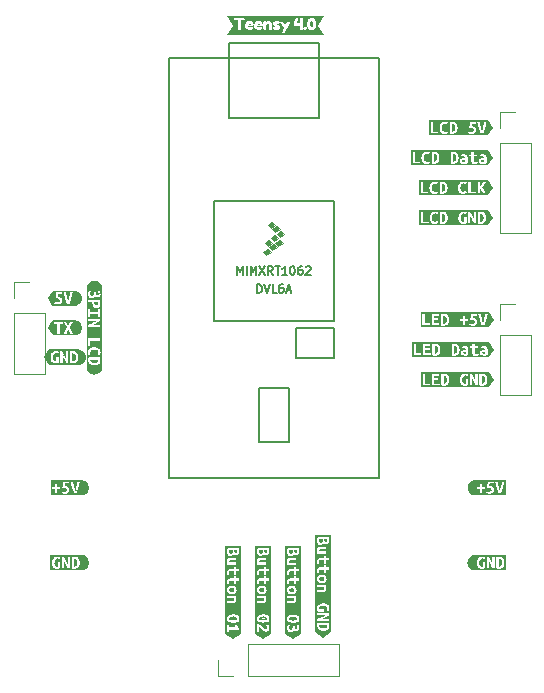
<source format=gbr>
%TF.GenerationSoftware,KiCad,Pcbnew,8.0.5*%
%TF.CreationDate,2025-06-27T14:54:40-05:00*%
%TF.ProjectId,ULACIT 2025,554c4143-4954-4203-9230-32352e6b6963,rev?*%
%TF.SameCoordinates,Original*%
%TF.FileFunction,Legend,Top*%
%TF.FilePolarity,Positive*%
%FSLAX46Y46*%
G04 Gerber Fmt 4.6, Leading zero omitted, Abs format (unit mm)*
G04 Created by KiCad (PCBNEW 8.0.5) date 2025-06-27 14:54:40*
%MOMM*%
%LPD*%
G01*
G04 APERTURE LIST*
G04 Aperture macros list*
%AMFreePoly0*
4,1,33,-1.500000,1.250000,-1.484505,1.401663,-1.429731,1.566964,-1.338312,1.715177,-1.215177,1.838312,-1.066964,1.929731,-0.901663,1.984505,-0.750000,2.000000,0.750000,2.000000,0.901663,1.984505,1.066964,1.929731,1.215177,1.838312,1.338312,1.715177,1.429731,1.566964,1.484505,1.401663,1.500000,1.250000,1.500000,-1.250000,1.484505,-1.401663,1.429731,-1.566964,1.338312,-1.715177,
1.215177,-1.838312,1.066964,-1.929731,0.901663,-1.984505,0.750000,-2.000000,-0.750000,-2.000000,-0.901663,-1.984505,-1.066964,-1.929731,-1.215177,-1.838312,-1.338312,-1.715177,-1.429731,-1.566964,-1.484505,-1.401663,-1.500000,-1.250000,-1.500000,1.250000,-1.500000,1.250000,$1*%
G04 Aperture macros list end*
%ADD10C,0.150000*%
%ADD11C,0.000000*%
%ADD12C,0.120000*%
%ADD13C,0.100000*%
%ADD14R,1.700000X1.700000*%
%ADD15O,1.700000X1.700000*%
%ADD16C,3.200000*%
%ADD17FreePoly0,90.000000*%
%ADD18C,1.600000*%
%ADD19FreePoly0,270.000000*%
%ADD20R,2.600000X2.600000*%
%ADD21C,2.600000*%
G04 APERTURE END LIST*
D10*
X48606666Y-48020033D02*
X48606666Y-47320033D01*
X48606666Y-47320033D02*
X48840000Y-47820033D01*
X48840000Y-47820033D02*
X49073333Y-47320033D01*
X49073333Y-47320033D02*
X49073333Y-48020033D01*
X49406666Y-48020033D02*
X49406666Y-47320033D01*
X49739999Y-48020033D02*
X49739999Y-47320033D01*
X49739999Y-47320033D02*
X49973333Y-47820033D01*
X49973333Y-47820033D02*
X50206666Y-47320033D01*
X50206666Y-47320033D02*
X50206666Y-48020033D01*
X50473333Y-47320033D02*
X50939999Y-48020033D01*
X50939999Y-47320033D02*
X50473333Y-48020033D01*
X51606666Y-48020033D02*
X51373333Y-47686700D01*
X51206666Y-48020033D02*
X51206666Y-47320033D01*
X51206666Y-47320033D02*
X51473333Y-47320033D01*
X51473333Y-47320033D02*
X51540000Y-47353366D01*
X51540000Y-47353366D02*
X51573333Y-47386700D01*
X51573333Y-47386700D02*
X51606666Y-47453366D01*
X51606666Y-47453366D02*
X51606666Y-47553366D01*
X51606666Y-47553366D02*
X51573333Y-47620033D01*
X51573333Y-47620033D02*
X51540000Y-47653366D01*
X51540000Y-47653366D02*
X51473333Y-47686700D01*
X51473333Y-47686700D02*
X51206666Y-47686700D01*
X51806666Y-47320033D02*
X52206666Y-47320033D01*
X52006666Y-48020033D02*
X52006666Y-47320033D01*
X52806666Y-48020033D02*
X52406666Y-48020033D01*
X52606666Y-48020033D02*
X52606666Y-47320033D01*
X52606666Y-47320033D02*
X52539999Y-47420033D01*
X52539999Y-47420033D02*
X52473333Y-47486700D01*
X52473333Y-47486700D02*
X52406666Y-47520033D01*
X53240000Y-47320033D02*
X53306666Y-47320033D01*
X53306666Y-47320033D02*
X53373333Y-47353366D01*
X53373333Y-47353366D02*
X53406666Y-47386700D01*
X53406666Y-47386700D02*
X53440000Y-47453366D01*
X53440000Y-47453366D02*
X53473333Y-47586700D01*
X53473333Y-47586700D02*
X53473333Y-47753366D01*
X53473333Y-47753366D02*
X53440000Y-47886700D01*
X53440000Y-47886700D02*
X53406666Y-47953366D01*
X53406666Y-47953366D02*
X53373333Y-47986700D01*
X53373333Y-47986700D02*
X53306666Y-48020033D01*
X53306666Y-48020033D02*
X53240000Y-48020033D01*
X53240000Y-48020033D02*
X53173333Y-47986700D01*
X53173333Y-47986700D02*
X53140000Y-47953366D01*
X53140000Y-47953366D02*
X53106666Y-47886700D01*
X53106666Y-47886700D02*
X53073333Y-47753366D01*
X53073333Y-47753366D02*
X53073333Y-47586700D01*
X53073333Y-47586700D02*
X53106666Y-47453366D01*
X53106666Y-47453366D02*
X53140000Y-47386700D01*
X53140000Y-47386700D02*
X53173333Y-47353366D01*
X53173333Y-47353366D02*
X53240000Y-47320033D01*
X54073333Y-47320033D02*
X53940000Y-47320033D01*
X53940000Y-47320033D02*
X53873333Y-47353366D01*
X53873333Y-47353366D02*
X53840000Y-47386700D01*
X53840000Y-47386700D02*
X53773333Y-47486700D01*
X53773333Y-47486700D02*
X53740000Y-47620033D01*
X53740000Y-47620033D02*
X53740000Y-47886700D01*
X53740000Y-47886700D02*
X53773333Y-47953366D01*
X53773333Y-47953366D02*
X53806667Y-47986700D01*
X53806667Y-47986700D02*
X53873333Y-48020033D01*
X53873333Y-48020033D02*
X54006667Y-48020033D01*
X54006667Y-48020033D02*
X54073333Y-47986700D01*
X54073333Y-47986700D02*
X54106667Y-47953366D01*
X54106667Y-47953366D02*
X54140000Y-47886700D01*
X54140000Y-47886700D02*
X54140000Y-47720033D01*
X54140000Y-47720033D02*
X54106667Y-47653366D01*
X54106667Y-47653366D02*
X54073333Y-47620033D01*
X54073333Y-47620033D02*
X54006667Y-47586700D01*
X54006667Y-47586700D02*
X53873333Y-47586700D01*
X53873333Y-47586700D02*
X53806667Y-47620033D01*
X53806667Y-47620033D02*
X53773333Y-47653366D01*
X53773333Y-47653366D02*
X53740000Y-47720033D01*
X54406667Y-47386700D02*
X54440000Y-47353366D01*
X54440000Y-47353366D02*
X54506667Y-47320033D01*
X54506667Y-47320033D02*
X54673334Y-47320033D01*
X54673334Y-47320033D02*
X54740000Y-47353366D01*
X54740000Y-47353366D02*
X54773334Y-47386700D01*
X54773334Y-47386700D02*
X54806667Y-47453366D01*
X54806667Y-47453366D02*
X54806667Y-47520033D01*
X54806667Y-47520033D02*
X54773334Y-47620033D01*
X54773334Y-47620033D02*
X54373334Y-48020033D01*
X54373334Y-48020033D02*
X54806667Y-48020033D01*
X50289999Y-49544033D02*
X50289999Y-48844033D01*
X50289999Y-48844033D02*
X50456666Y-48844033D01*
X50456666Y-48844033D02*
X50556666Y-48877366D01*
X50556666Y-48877366D02*
X50623333Y-48944033D01*
X50623333Y-48944033D02*
X50656666Y-49010700D01*
X50656666Y-49010700D02*
X50689999Y-49144033D01*
X50689999Y-49144033D02*
X50689999Y-49244033D01*
X50689999Y-49244033D02*
X50656666Y-49377366D01*
X50656666Y-49377366D02*
X50623333Y-49444033D01*
X50623333Y-49444033D02*
X50556666Y-49510700D01*
X50556666Y-49510700D02*
X50456666Y-49544033D01*
X50456666Y-49544033D02*
X50289999Y-49544033D01*
X50889999Y-48844033D02*
X51123333Y-49544033D01*
X51123333Y-49544033D02*
X51356666Y-48844033D01*
X51923333Y-49544033D02*
X51589999Y-49544033D01*
X51589999Y-49544033D02*
X51589999Y-48844033D01*
X52456666Y-48844033D02*
X52323333Y-48844033D01*
X52323333Y-48844033D02*
X52256666Y-48877366D01*
X52256666Y-48877366D02*
X52223333Y-48910700D01*
X52223333Y-48910700D02*
X52156666Y-49010700D01*
X52156666Y-49010700D02*
X52123333Y-49144033D01*
X52123333Y-49144033D02*
X52123333Y-49410700D01*
X52123333Y-49410700D02*
X52156666Y-49477366D01*
X52156666Y-49477366D02*
X52190000Y-49510700D01*
X52190000Y-49510700D02*
X52256666Y-49544033D01*
X52256666Y-49544033D02*
X52390000Y-49544033D01*
X52390000Y-49544033D02*
X52456666Y-49510700D01*
X52456666Y-49510700D02*
X52490000Y-49477366D01*
X52490000Y-49477366D02*
X52523333Y-49410700D01*
X52523333Y-49410700D02*
X52523333Y-49244033D01*
X52523333Y-49244033D02*
X52490000Y-49177366D01*
X52490000Y-49177366D02*
X52456666Y-49144033D01*
X52456666Y-49144033D02*
X52390000Y-49110700D01*
X52390000Y-49110700D02*
X52256666Y-49110700D01*
X52256666Y-49110700D02*
X52190000Y-49144033D01*
X52190000Y-49144033D02*
X52156666Y-49177366D01*
X52156666Y-49177366D02*
X52123333Y-49244033D01*
X52790000Y-49344033D02*
X53123333Y-49344033D01*
X52723333Y-49544033D02*
X52956667Y-48844033D01*
X52956667Y-48844033D02*
X53190000Y-49544033D01*
D11*
%TO.C,kibuzzard-68263405*%
G36*
X49712280Y-26773070D02*
G01*
X49735170Y-26815273D01*
X49696544Y-26849608D01*
X49536315Y-26849608D01*
X49569934Y-26785946D01*
X49650764Y-26758049D01*
X49712280Y-26773070D01*
G37*
G36*
X50477660Y-26773070D02*
G01*
X50500549Y-26815273D01*
X50461923Y-26849608D01*
X50301694Y-26849608D01*
X50335313Y-26785946D01*
X50416143Y-26758049D01*
X50477660Y-26773070D01*
G37*
G36*
X54955753Y-26532190D02*
G01*
X54993754Y-26579937D01*
X55016554Y-26659515D01*
X55024155Y-26770924D01*
X55024155Y-26778077D01*
X55023439Y-26835302D01*
X55015571Y-26898249D01*
X54996973Y-26962627D01*
X54960492Y-27006260D01*
X54901122Y-27025574D01*
X54847921Y-27009747D01*
X54809920Y-26962269D01*
X54787119Y-26883138D01*
X54779519Y-26772355D01*
X54787209Y-26660320D01*
X54810278Y-26580295D01*
X54848725Y-26532280D01*
X54902552Y-26516275D01*
X54955753Y-26532190D01*
G37*
G36*
X55405175Y-26924000D02*
G01*
X55931959Y-27714176D01*
X55405175Y-27714176D01*
X55285957Y-27714176D01*
X54906844Y-27714176D01*
X54340320Y-27714176D01*
X54009848Y-27714176D01*
X52611422Y-27714176D01*
X51893969Y-27714176D01*
X51410421Y-27714176D01*
X50417574Y-27714176D01*
X49652195Y-27714176D01*
X48780950Y-27714176D01*
X48346043Y-27714176D01*
X48226825Y-27714176D01*
X47700041Y-27714176D01*
X48226825Y-26924000D01*
X47861541Y-26376074D01*
X48346043Y-26376074D01*
X48354627Y-26440452D01*
X48381808Y-26474072D01*
X48413997Y-26485516D01*
X48454770Y-26487662D01*
X48653625Y-26487662D01*
X48653625Y-27141454D01*
X48655771Y-27189379D01*
X48668647Y-27228006D01*
X48707273Y-27260195D01*
X48780950Y-27270209D01*
X48855342Y-27260195D01*
X48895399Y-27228721D01*
X48908990Y-27190810D01*
X48911136Y-27142884D01*
X48911136Y-26909694D01*
X49261637Y-26909694D01*
X49267180Y-26974787D01*
X49283811Y-27038449D01*
X49311351Y-27099966D01*
X49349619Y-27158621D01*
X49402016Y-27210302D01*
X49471937Y-27250896D01*
X49556343Y-27277183D01*
X49652195Y-27285946D01*
X49782381Y-27277809D01*
X49875371Y-27253399D01*
X49931165Y-27212716D01*
X49949763Y-27155760D01*
X49931165Y-27089951D01*
X49892538Y-27038449D01*
X49845328Y-27021282D01*
X49779519Y-27039880D01*
X49663639Y-27058478D01*
X49579233Y-27038449D01*
X49536315Y-26984086D01*
X49841036Y-26984086D01*
X49899155Y-26973177D01*
X49944755Y-26940452D01*
X49961959Y-26909694D01*
X50027016Y-26909694D01*
X50032559Y-26974787D01*
X50049190Y-27038449D01*
X50076730Y-27099966D01*
X50114999Y-27158621D01*
X50167395Y-27210302D01*
X50237316Y-27250896D01*
X50321722Y-27277183D01*
X50417574Y-27285946D01*
X50547760Y-27277809D01*
X50640750Y-27253399D01*
X50696544Y-27212716D01*
X50715142Y-27155760D01*
X50696544Y-27089951D01*
X50657917Y-27038449D01*
X50610707Y-27021282D01*
X50544898Y-27039880D01*
X50429019Y-27058478D01*
X50344612Y-27038449D01*
X50301694Y-26984086D01*
X50606415Y-26984086D01*
X50664534Y-26973177D01*
X50710134Y-26940452D01*
X50739641Y-26887698D01*
X50749476Y-26816704D01*
X50728196Y-26716203D01*
X50695917Y-26667920D01*
X50813854Y-26667920D01*
X50813854Y-27138592D01*
X50816000Y-27187948D01*
X50829591Y-27226575D01*
X50868933Y-27258764D01*
X50942609Y-27268778D01*
X51017001Y-27258764D01*
X51057059Y-27226575D01*
X51070649Y-27187948D01*
X51072795Y-27140023D01*
X51072795Y-26905402D01*
X51101408Y-26830295D01*
X51177230Y-26802398D01*
X51252338Y-26829579D01*
X51278804Y-26905402D01*
X51278804Y-27138592D01*
X51280950Y-27186518D01*
X51294541Y-27225860D01*
X51334598Y-27258764D01*
X51410421Y-27268778D01*
X51485528Y-27258764D01*
X51524870Y-27226575D01*
X51538461Y-27187948D01*
X51540223Y-27148607D01*
X51602123Y-27148607D01*
X51626980Y-27201182D01*
X51701551Y-27244458D01*
X51799369Y-27273428D01*
X51893969Y-27283084D01*
X52008818Y-27273185D01*
X52098146Y-27243485D01*
X52161951Y-27193986D01*
X52200235Y-27124687D01*
X52212996Y-27035588D01*
X52193682Y-26932584D01*
X52137888Y-26866775D01*
X52069219Y-26833871D01*
X51991250Y-26815273D01*
X51968361Y-26811697D01*
X51945471Y-26808120D01*
X51925442Y-26803828D01*
X51906844Y-26798821D01*
X51891107Y-26793814D01*
X51877516Y-26787376D01*
X51868217Y-26779508D01*
X51861780Y-26769494D01*
X51859634Y-26756618D01*
X51912567Y-26728006D01*
X52001265Y-26753757D01*
X52079948Y-26779508D01*
X52151479Y-26725144D01*
X52181350Y-26639308D01*
X52250192Y-26639308D01*
X52280235Y-26733728D01*
X52553482Y-27145745D01*
X52441894Y-27394672D01*
X52423296Y-27494100D01*
X52504841Y-27563485D01*
X52611422Y-27581368D01*
X52675084Y-27500538D01*
X52962380Y-26856761D01*
X53401837Y-26856761D01*
X53403983Y-26906117D01*
X53417574Y-26945459D01*
X53457631Y-26978363D01*
X53532023Y-26988378D01*
X53879662Y-26988378D01*
X53879662Y-27137162D01*
X53881808Y-27186518D01*
X53895399Y-27225860D01*
X53935456Y-27258764D01*
X54009848Y-27268778D01*
X54085671Y-27258764D01*
X54125728Y-27227290D01*
X54140034Y-27187948D01*
X54142896Y-27138592D01*
X54142896Y-27137162D01*
X54202981Y-27137162D01*
X54233740Y-27241597D01*
X54340320Y-27271639D01*
X54446901Y-27241597D01*
X54477660Y-27135731D01*
X54470149Y-27070102D01*
X54447617Y-27027720D01*
X54341751Y-26996961D01*
X54276122Y-27004651D01*
X54233740Y-27027720D01*
X54210671Y-27070459D01*
X54202981Y-27137162D01*
X54142896Y-27137162D01*
X54142896Y-26770924D01*
X54517717Y-26770924D01*
X54523439Y-26875359D01*
X54543468Y-26989093D01*
X54561529Y-27048464D01*
X54587102Y-27102112D01*
X54657202Y-27196532D01*
X54703876Y-27235338D01*
X54762352Y-27264486D01*
X54830664Y-27282727D01*
X54906844Y-27288807D01*
X54993039Y-27279866D01*
X55068504Y-27253041D01*
X55131093Y-27212627D01*
X55178661Y-27162913D01*
X55214963Y-27104079D01*
X55243754Y-27036303D01*
X55264677Y-26966203D01*
X55277373Y-26900395D01*
X55283811Y-26836554D01*
X55285957Y-26772355D01*
X55283990Y-26709765D01*
X55278089Y-26647891D01*
X55265928Y-26583335D01*
X55245185Y-26512698D01*
X55216393Y-26443671D01*
X55180092Y-26383943D01*
X55132166Y-26333335D01*
X55068504Y-26291668D01*
X54991608Y-26263771D01*
X54903983Y-26254472D01*
X54813854Y-26263950D01*
X54735170Y-26292383D01*
X54670435Y-26334765D01*
X54622152Y-26386089D01*
X54585850Y-26446532D01*
X54557059Y-26516275D01*
X54536494Y-26587090D01*
X54524870Y-26650753D01*
X54519505Y-26710838D01*
X54517717Y-26770924D01*
X54142896Y-26770924D01*
X54142896Y-26398964D01*
X54140034Y-26350323D01*
X54126443Y-26310266D01*
X54087102Y-26277362D01*
X54012710Y-26267348D01*
X53936172Y-26276647D01*
X53895399Y-26307405D01*
X53881808Y-26344601D01*
X53879662Y-26391811D01*
X53879662Y-26742312D01*
X53692252Y-26742312D01*
X53780950Y-26377505D01*
X53760921Y-26314558D01*
X53677946Y-26273070D01*
X53569934Y-26271639D01*
X53516286Y-26366060D01*
X53406129Y-26810981D01*
X53401837Y-26856761D01*
X52962380Y-26856761D01*
X53025585Y-26715130D01*
X53040607Y-26619279D01*
X52959777Y-26552040D01*
X52853911Y-26536303D01*
X52789534Y-26616418D01*
X52676515Y-26868206D01*
X52497688Y-26597820D01*
X52421866Y-26529866D01*
X52318861Y-26562054D01*
X52250192Y-26639308D01*
X52181350Y-26639308D01*
X52182595Y-26635731D01*
X52127159Y-26576361D01*
X52027373Y-26540953D01*
X51928303Y-26529150D01*
X51837141Y-26535588D01*
X51762034Y-26554901D01*
X51702981Y-26587090D01*
X51645578Y-26658084D01*
X51626443Y-26755187D01*
X51637441Y-26835570D01*
X51670435Y-26900753D01*
X51725424Y-26950735D01*
X51802409Y-26985516D01*
X51879662Y-27004830D01*
X51950478Y-27024858D01*
X51971222Y-27049894D01*
X51916858Y-27072784D01*
X51810278Y-27037734D01*
X51710850Y-27002684D01*
X51655056Y-27031296D01*
X51615356Y-27097820D01*
X51602123Y-27148607D01*
X51540223Y-27148607D01*
X51540607Y-27140023D01*
X51540607Y-26905402D01*
X51532182Y-26805895D01*
X51506908Y-26719104D01*
X51464784Y-26645030D01*
X51407241Y-26588600D01*
X51335711Y-26554742D01*
X51250192Y-26543456D01*
X51146472Y-26570638D01*
X51069934Y-26632155D01*
X51065642Y-26602827D01*
X51049906Y-26575645D01*
X51011279Y-26552040D01*
X50944040Y-26543456D01*
X50869648Y-26552755D01*
X50830306Y-26583514D01*
X50816715Y-26620710D01*
X50813854Y-26667920D01*
X50695917Y-26667920D01*
X50664355Y-26620710D01*
X50599262Y-26569048D01*
X50517478Y-26538052D01*
X50419004Y-26527720D01*
X50310675Y-26539562D01*
X50216493Y-26575089D01*
X50136458Y-26634300D01*
X50075657Y-26712269D01*
X50039176Y-26804067D01*
X50027016Y-26909694D01*
X49961959Y-26909694D01*
X49974262Y-26887698D01*
X49984097Y-26816704D01*
X49962817Y-26716203D01*
X49898976Y-26620710D01*
X49833883Y-26569048D01*
X49752099Y-26538052D01*
X49653625Y-26527720D01*
X49545296Y-26539562D01*
X49451114Y-26575089D01*
X49371079Y-26634300D01*
X49310278Y-26712269D01*
X49273797Y-26804067D01*
X49261637Y-26909694D01*
X48911136Y-26909694D01*
X48911136Y-26487662D01*
X49108561Y-26487662D01*
X49149333Y-26485516D01*
X49182237Y-26474072D01*
X49210134Y-26440452D01*
X49218718Y-26377505D01*
X49210134Y-26314558D01*
X49182953Y-26280938D01*
X49150764Y-26269494D01*
X49109991Y-26267348D01*
X48456200Y-26267348D01*
X48415428Y-26269494D01*
X48382524Y-26280938D01*
X48354627Y-26313843D01*
X48346043Y-26376074D01*
X47861541Y-26376074D01*
X47700041Y-26133824D01*
X48226825Y-26133824D01*
X48346043Y-26133824D01*
X55285957Y-26133824D01*
X55405175Y-26133824D01*
X55931959Y-26133824D01*
X55405175Y-26924000D01*
G37*
D12*
%TO.C,J2*%
X46940000Y-81975000D02*
X46940000Y-80645000D01*
X48270000Y-81975000D02*
X46940000Y-81975000D01*
X49540000Y-79315000D02*
X57220000Y-79315000D01*
X49540000Y-81975000D02*
X49540000Y-79315000D01*
X49540000Y-81975000D02*
X57220000Y-81975000D01*
X57220000Y-81975000D02*
X57220000Y-79315000D01*
D11*
%TO.C,kibuzzard-68263181*%
G36*
X66115940Y-42870630D02*
G01*
X66182176Y-42945751D01*
X66216101Y-43053990D01*
X66225795Y-43180000D01*
X66222765Y-43251284D01*
X66213678Y-43316511D01*
X66173290Y-43423942D01*
X66098977Y-43495024D01*
X65985084Y-43520872D01*
X65967313Y-43520872D01*
X65949543Y-43519257D01*
X65949543Y-42847205D01*
X65978622Y-42843166D01*
X66007701Y-42842359D01*
X66115940Y-42870630D01*
G37*
G36*
X69346958Y-42870630D02*
G01*
X69413194Y-42945751D01*
X69447119Y-43053990D01*
X69456812Y-43180000D01*
X69453783Y-43251284D01*
X69444696Y-43316511D01*
X69404308Y-43423942D01*
X69329995Y-43495024D01*
X69216101Y-43520872D01*
X69198331Y-43520872D01*
X69180560Y-43519257D01*
X69180560Y-42847205D01*
X69209639Y-42843166D01*
X69238719Y-42842359D01*
X69346958Y-42870630D01*
G37*
G36*
X70231000Y-43180000D02*
G01*
X69793377Y-43836435D01*
X69658751Y-43836435D01*
X69195100Y-43836435D01*
X68660366Y-43836435D01*
X67731449Y-43836435D01*
X65964082Y-43836435D01*
X65334034Y-43836435D01*
X64791223Y-43836435D01*
X64162790Y-43836435D01*
X64028164Y-43836435D01*
X64028164Y-43680808D01*
X64162790Y-43680808D01*
X64791223Y-43680808D01*
X64791223Y-43516026D01*
X64363113Y-43516026D01*
X64363113Y-43180000D01*
X64899462Y-43180000D01*
X64906429Y-43298033D01*
X64927329Y-43401729D01*
X64962164Y-43491086D01*
X65010932Y-43566107D01*
X65096374Y-43641497D01*
X65204075Y-43686731D01*
X65334034Y-43701809D01*
X65422281Y-43696357D01*
X65499623Y-43680000D01*
X65613517Y-43632342D01*
X65563436Y-43475638D01*
X65481853Y-43511179D01*
X65353420Y-43528950D01*
X65238113Y-43506131D01*
X65160366Y-43437674D01*
X65127607Y-43367938D01*
X65107952Y-43280431D01*
X65101400Y-43175153D01*
X65106853Y-43084685D01*
X65123210Y-43010372D01*
X65179753Y-42904556D01*
X65258912Y-42848013D01*
X65350189Y-42831050D01*
X65470544Y-42848013D01*
X65560205Y-42889208D01*
X65611901Y-42730889D01*
X65578783Y-42711502D01*
X65539096Y-42693732D01*
X65750835Y-42693732D01*
X65750835Y-43669499D01*
X65859882Y-43688078D01*
X65964082Y-43693732D01*
X66061618Y-43686664D01*
X66150673Y-43665460D01*
X66229631Y-43628910D01*
X66296877Y-43575800D01*
X66351602Y-43505323D01*
X66393000Y-43416672D01*
X66419050Y-43308635D01*
X66427733Y-43180000D01*
X67322725Y-43180000D01*
X67329995Y-43301365D01*
X67351804Y-43406979D01*
X67386942Y-43496640D01*
X67434195Y-43570145D01*
X67492959Y-43627496D01*
X67562628Y-43668691D01*
X67642394Y-43693530D01*
X67731449Y-43701809D01*
X67830197Y-43697771D01*
X67913194Y-43685654D01*
X67931636Y-43680808D01*
X68161174Y-43680808D01*
X68340496Y-43680808D01*
X68340496Y-43016834D01*
X68400539Y-43127675D01*
X68457889Y-43238338D01*
X68512547Y-43348821D01*
X68564513Y-43459304D01*
X68613786Y-43569966D01*
X68660366Y-43680808D01*
X68820302Y-43680808D01*
X68820302Y-42693732D01*
X68981853Y-42693732D01*
X68981853Y-43669499D01*
X69090900Y-43688078D01*
X69195100Y-43693732D01*
X69292636Y-43686664D01*
X69381691Y-43665460D01*
X69460649Y-43628910D01*
X69527895Y-43575800D01*
X69582620Y-43505323D01*
X69624017Y-43416672D01*
X69650068Y-43308635D01*
X69658751Y-43180000D01*
X69650875Y-43054192D01*
X69627248Y-42948174D01*
X69589486Y-42860533D01*
X69539203Y-42789855D01*
X69476400Y-42735937D01*
X69401077Y-42698578D01*
X69315253Y-42676769D01*
X69220948Y-42669499D01*
X69109478Y-42674346D01*
X68981853Y-42693732D01*
X68820302Y-42693732D01*
X68820302Y-42680808D01*
X68640980Y-42680808D01*
X68640980Y-43296317D01*
X68612507Y-43233312D01*
X68578783Y-43160614D01*
X68540819Y-43081858D01*
X68499623Y-43000679D01*
X68456206Y-42918086D01*
X68411578Y-42835089D01*
X68366344Y-42754919D01*
X68321110Y-42680808D01*
X68161174Y-42680808D01*
X68161174Y-43680808D01*
X67931636Y-43680808D01*
X68023856Y-43656575D01*
X68023856Y-43157383D01*
X67825148Y-43157383D01*
X67825148Y-43522488D01*
X67786376Y-43527334D01*
X67747604Y-43528950D01*
X67651077Y-43507746D01*
X67581206Y-43444136D01*
X67549794Y-43377092D01*
X67530946Y-43289047D01*
X67524664Y-43180000D01*
X67528097Y-43105889D01*
X67538395Y-43038643D01*
X67583630Y-42928788D01*
X67663597Y-42856898D01*
X67783145Y-42831050D01*
X67889769Y-42848821D01*
X67977006Y-42889208D01*
X68028702Y-42730889D01*
X67995585Y-42711502D01*
X67939849Y-42687270D01*
X67859882Y-42667076D01*
X67755681Y-42658191D01*
X67668040Y-42666470D01*
X67586053Y-42691309D01*
X67512143Y-42732706D01*
X67448735Y-42790662D01*
X67396635Y-42864774D01*
X67356651Y-42954637D01*
X67331206Y-43059847D01*
X67322725Y-43180000D01*
X66427733Y-43180000D01*
X66419858Y-43054192D01*
X66396231Y-42948174D01*
X66358468Y-42860533D01*
X66308185Y-42789855D01*
X66245383Y-42735937D01*
X66170059Y-42698578D01*
X66084236Y-42676769D01*
X65989930Y-42669499D01*
X65878460Y-42674346D01*
X65750835Y-42693732D01*
X65539096Y-42693732D01*
X65524664Y-42687270D01*
X65449543Y-42667076D01*
X65353420Y-42658191D01*
X65258711Y-42666874D01*
X65171675Y-42692924D01*
X65094131Y-42735735D01*
X65027895Y-42794701D01*
X64973977Y-42869216D01*
X64933387Y-42958675D01*
X64907943Y-43062472D01*
X64899462Y-43180000D01*
X64363113Y-43180000D01*
X64363113Y-42680808D01*
X64162790Y-42680808D01*
X64162790Y-43680808D01*
X64028164Y-43680808D01*
X64028164Y-42523565D01*
X64162790Y-42523565D01*
X69658751Y-42523565D01*
X69793377Y-42523565D01*
X70231000Y-43180000D01*
G37*
%TO.C,kibuzzard-6846F3E4*%
G36*
X36836834Y-50400646D02*
G01*
X36837641Y-50449919D01*
X36828554Y-50521204D01*
X36801292Y-50576737D01*
X36752221Y-50612480D01*
X36677706Y-50624394D01*
X36599152Y-50612278D01*
X36547658Y-50575929D01*
X36519184Y-50515751D01*
X36509693Y-50432149D01*
X36509693Y-50351373D01*
X36832795Y-50351373D01*
X36836834Y-50400646D01*
G37*
G36*
X36836834Y-55226979D02*
G01*
X36837641Y-55256058D01*
X36809370Y-55364297D01*
X36734249Y-55430533D01*
X36626010Y-55464459D01*
X36500000Y-55474152D01*
X36428716Y-55471123D01*
X36363489Y-55462036D01*
X36256058Y-55421648D01*
X36184976Y-55347334D01*
X36159128Y-55233441D01*
X36159128Y-55215670D01*
X36160743Y-55197900D01*
X36832795Y-55197900D01*
X36836834Y-55226979D01*
G37*
G36*
X36628064Y-48545462D02*
G01*
X36751207Y-48582817D01*
X36864696Y-48643478D01*
X36964170Y-48725114D01*
X37045806Y-48824588D01*
X37106467Y-48938077D01*
X37143822Y-49061220D01*
X37156435Y-49189284D01*
X37156435Y-49323910D01*
X37156435Y-55676091D01*
X37156435Y-55810716D01*
X37143822Y-55938780D01*
X37106467Y-56061923D01*
X37045806Y-56175412D01*
X36964170Y-56274886D01*
X36864696Y-56356522D01*
X36751207Y-56417183D01*
X36628064Y-56454538D01*
X36500000Y-56467151D01*
X36371936Y-56454538D01*
X36248793Y-56417183D01*
X36135304Y-56356522D01*
X36035830Y-56274886D01*
X35954194Y-56175412D01*
X35893533Y-56061923D01*
X35856178Y-55938780D01*
X35843565Y-55810716D01*
X35843565Y-55676091D01*
X35843565Y-55212439D01*
X35986268Y-55212439D01*
X35993336Y-55309976D01*
X36014540Y-55399031D01*
X36051090Y-55477989D01*
X36104200Y-55545234D01*
X36174677Y-55599960D01*
X36263328Y-55641357D01*
X36371365Y-55667407D01*
X36500000Y-55676091D01*
X36625808Y-55668215D01*
X36731826Y-55644588D01*
X36819467Y-55606826D01*
X36890145Y-55556543D01*
X36944063Y-55493740D01*
X36981422Y-55418417D01*
X37003231Y-55332593D01*
X37010501Y-55238288D01*
X37005654Y-55126817D01*
X36986268Y-54999192D01*
X36010501Y-54999192D01*
X35991922Y-55108239D01*
X35986268Y-55212439D01*
X35843565Y-55212439D01*
X35843565Y-54582391D01*
X35978191Y-54582391D01*
X35983643Y-54670638D01*
X36000000Y-54747981D01*
X36047658Y-54861874D01*
X36204362Y-54811793D01*
X36168821Y-54730210D01*
X36151050Y-54601777D01*
X36173869Y-54486470D01*
X36242326Y-54408724D01*
X36312062Y-54375965D01*
X36399569Y-54356310D01*
X36504847Y-54349758D01*
X36595315Y-54355210D01*
X36669628Y-54371567D01*
X36775444Y-54428110D01*
X36831987Y-54507270D01*
X36848950Y-54598546D01*
X36831987Y-54718901D01*
X36790792Y-54808562D01*
X36949111Y-54860259D01*
X36968498Y-54827141D01*
X36992730Y-54773021D01*
X37012924Y-54697900D01*
X37021809Y-54601777D01*
X37013126Y-54507068D01*
X36987076Y-54420032D01*
X36944265Y-54342488D01*
X36885299Y-54276252D01*
X36810784Y-54222334D01*
X36721325Y-54181745D01*
X36617528Y-54156301D01*
X36500000Y-54147819D01*
X36381967Y-54154786D01*
X36278271Y-54175687D01*
X36188914Y-54210521D01*
X36113893Y-54259289D01*
X36038503Y-54344732D01*
X35993269Y-54452432D01*
X35978191Y-54582391D01*
X35843565Y-54582391D01*
X35843565Y-54039580D01*
X35843565Y-53411147D01*
X35999192Y-53411147D01*
X35999192Y-54039580D01*
X36163974Y-54039580D01*
X36163974Y-53611470D01*
X36999192Y-53611470D01*
X36999192Y-53411147D01*
X35999192Y-53411147D01*
X35843565Y-53411147D01*
X35843565Y-52414378D01*
X35999192Y-52414378D01*
X36999192Y-52414378D01*
X36999192Y-52235057D01*
X36383683Y-52235057D01*
X36446688Y-52206583D01*
X36519386Y-52172859D01*
X36598142Y-52134895D01*
X36679321Y-52093700D01*
X36761914Y-52050283D01*
X36844911Y-52005654D01*
X36925081Y-51960420D01*
X36999192Y-51915186D01*
X36999192Y-51755250D01*
X35999192Y-51755250D01*
X35999192Y-51934572D01*
X36663166Y-51934572D01*
X36552325Y-51994615D01*
X36441662Y-52051966D01*
X36331179Y-52106624D01*
X36220696Y-52158589D01*
X36110034Y-52207862D01*
X35999192Y-52254443D01*
X35999192Y-52414378D01*
X35843565Y-52414378D01*
X35843565Y-52254443D01*
X35843565Y-51595315D01*
X35999192Y-51595315D01*
X36163974Y-51595315D01*
X36163974Y-51378837D01*
X36834410Y-51378837D01*
X36834410Y-51595315D01*
X36999192Y-51595315D01*
X36999192Y-50960420D01*
X36834410Y-50960420D01*
X36834410Y-51178514D01*
X36163974Y-51178514D01*
X36163974Y-50960420D01*
X35999192Y-50960420D01*
X35999192Y-51595315D01*
X35843565Y-51595315D01*
X35843565Y-50960420D01*
X35843565Y-50351373D01*
X35843565Y-50152666D01*
X35999192Y-50152666D01*
X35999192Y-50351373D01*
X36336834Y-50351373D01*
X36336834Y-50422456D01*
X36345719Y-50541914D01*
X36372375Y-50641806D01*
X36416801Y-50722133D01*
X36481152Y-50780919D01*
X36567582Y-50816191D01*
X36676090Y-50827948D01*
X36783522Y-50816281D01*
X36868875Y-50781278D01*
X36932149Y-50722940D01*
X36975678Y-50643421D01*
X37001795Y-50544875D01*
X37010501Y-50427302D01*
X37008885Y-50364297D01*
X37004847Y-50291599D01*
X36997577Y-50218094D01*
X36986268Y-50152666D01*
X35999192Y-50152666D01*
X35843565Y-50152666D01*
X35843565Y-49601777D01*
X35978191Y-49601777D01*
X35984047Y-49695073D01*
X36001616Y-49774637D01*
X36029887Y-49840872D01*
X36067851Y-49894184D01*
X36168821Y-49963651D01*
X36296446Y-49986268D01*
X36377625Y-49975565D01*
X36446688Y-49943457D01*
X36502019Y-49891963D01*
X36542003Y-49823102D01*
X36626010Y-49913570D01*
X36740711Y-49947496D01*
X36852181Y-49928110D01*
X36941842Y-49868336D01*
X37000808Y-49765751D01*
X37016559Y-49698102D01*
X37021809Y-49619548D01*
X37014338Y-49533724D01*
X36991922Y-49457189D01*
X36932956Y-49341680D01*
X36787561Y-49412763D01*
X36833603Y-49508885D01*
X36852181Y-49621163D01*
X36820679Y-49712439D01*
X36734249Y-49745557D01*
X36672859Y-49730210D01*
X36634087Y-49690630D01*
X36613086Y-49635703D01*
X36606624Y-49574313D01*
X36606624Y-49500000D01*
X36441842Y-49500000D01*
X36441842Y-49561389D01*
X36433966Y-49649838D01*
X36410339Y-49721325D01*
X36366922Y-49768578D01*
X36299677Y-49784330D01*
X36191438Y-49743134D01*
X36158724Y-49686793D01*
X36147819Y-49600162D01*
X36152262Y-49523627D01*
X36165590Y-49458805D01*
X36199515Y-49362682D01*
X36033118Y-49323910D01*
X36015347Y-49373990D01*
X35997577Y-49444265D01*
X35983845Y-49523425D01*
X35978191Y-49601777D01*
X35843565Y-49601777D01*
X35843565Y-49323910D01*
X35843565Y-49189284D01*
X35856178Y-49061220D01*
X35893533Y-48938077D01*
X35954194Y-48824588D01*
X36035830Y-48725114D01*
X36135304Y-48643478D01*
X36248793Y-48582817D01*
X36371936Y-48545462D01*
X36500000Y-48532849D01*
X36628064Y-48545462D01*
G37*
%TO.C,kibuzzard-6826303F*%
G36*
X67856209Y-38273667D02*
G01*
X67903059Y-38279321D01*
X67903059Y-38453796D01*
X67849747Y-38457835D01*
X67786742Y-38458643D01*
X67686581Y-38436834D01*
X67647809Y-38363328D01*
X67660733Y-38316478D01*
X67695466Y-38289015D01*
X67746355Y-38275283D01*
X67806129Y-38271244D01*
X67856209Y-38273667D01*
G37*
G36*
X69471718Y-38273667D02*
G01*
X69518568Y-38279321D01*
X69518568Y-38453796D01*
X69465256Y-38457835D01*
X69402251Y-38458643D01*
X69302090Y-38436834D01*
X69263318Y-38363328D01*
X69276242Y-38316478D01*
X69310975Y-38289015D01*
X69361864Y-38275283D01*
X69421637Y-38271244D01*
X69471718Y-38273667D01*
G37*
G36*
X65410329Y-37790630D02*
G01*
X65476565Y-37865751D01*
X65510490Y-37973990D01*
X65520183Y-38100000D01*
X65517154Y-38171284D01*
X65508067Y-38236511D01*
X65467679Y-38343942D01*
X65393366Y-38415024D01*
X65279473Y-38440872D01*
X65261702Y-38440872D01*
X65243931Y-38439257D01*
X65243931Y-37767205D01*
X65273011Y-37763166D01*
X65302090Y-37762359D01*
X65410329Y-37790630D01*
G37*
G36*
X67025838Y-37790630D02*
G01*
X67092074Y-37865751D01*
X67125999Y-37973990D01*
X67135692Y-38100000D01*
X67132663Y-38171284D01*
X67123576Y-38236511D01*
X67083188Y-38343942D01*
X67008875Y-38415024D01*
X66894982Y-38440872D01*
X66877211Y-38440872D01*
X66859440Y-38439257D01*
X66859440Y-37767205D01*
X66888519Y-37763166D01*
X66917599Y-37762359D01*
X67025838Y-37790630D01*
G37*
G36*
X70281447Y-38100000D02*
G01*
X69843824Y-38756435D01*
X69709198Y-38756435D01*
X69387712Y-38756435D01*
X68709198Y-38756435D01*
X67772203Y-38756435D01*
X66873980Y-38756435D01*
X65258471Y-38756435D01*
X64628423Y-38756435D01*
X64085612Y-38756435D01*
X63457179Y-38756435D01*
X63322553Y-38756435D01*
X63322553Y-38600808D01*
X63457179Y-38600808D01*
X64085612Y-38600808D01*
X64085612Y-38436026D01*
X63657502Y-38436026D01*
X63657502Y-38100000D01*
X64193851Y-38100000D01*
X64200818Y-38218033D01*
X64221718Y-38321729D01*
X64256553Y-38411086D01*
X64305321Y-38486107D01*
X64390763Y-38561497D01*
X64498464Y-38606731D01*
X64628423Y-38621809D01*
X64716670Y-38616357D01*
X64794012Y-38600000D01*
X64907906Y-38552342D01*
X64857825Y-38395638D01*
X64776242Y-38431179D01*
X64647809Y-38448950D01*
X64532502Y-38426131D01*
X64454755Y-38357674D01*
X64421996Y-38287938D01*
X64402341Y-38200431D01*
X64395789Y-38095153D01*
X64401242Y-38004685D01*
X64417599Y-37930372D01*
X64474141Y-37824556D01*
X64553301Y-37768013D01*
X64644578Y-37751050D01*
X64764933Y-37768013D01*
X64854594Y-37809208D01*
X64906290Y-37650889D01*
X64873172Y-37631502D01*
X64833485Y-37613732D01*
X65045224Y-37613732D01*
X65045224Y-38589499D01*
X65154271Y-38608078D01*
X65258471Y-38613732D01*
X65356007Y-38606664D01*
X65445062Y-38585460D01*
X65524020Y-38548910D01*
X65591266Y-38495800D01*
X65645991Y-38425323D01*
X65687389Y-38336672D01*
X65713439Y-38228635D01*
X65722122Y-38100000D01*
X65714246Y-37974192D01*
X65690620Y-37868174D01*
X65652857Y-37780533D01*
X65602574Y-37709855D01*
X65539771Y-37655937D01*
X65464448Y-37618578D01*
X65445378Y-37613732D01*
X66660733Y-37613732D01*
X66660733Y-38589499D01*
X66769780Y-38608078D01*
X66873980Y-38613732D01*
X66971516Y-38606664D01*
X67060571Y-38585460D01*
X67139529Y-38548910D01*
X67206775Y-38495800D01*
X67261500Y-38425323D01*
X67288187Y-38368174D01*
X67452332Y-38368174D01*
X67474949Y-38485299D01*
X67539570Y-38562843D01*
X67640539Y-38605654D01*
X67772203Y-38618578D01*
X67873576Y-38615347D01*
X67964448Y-38605654D01*
X68093689Y-38583037D01*
X68093689Y-38130695D01*
X68077534Y-38002262D01*
X68024222Y-37905331D01*
X67924868Y-37843942D01*
X67914488Y-37841519D01*
X68247162Y-37841519D01*
X68247162Y-38006300D01*
X68420022Y-38006300D01*
X68420022Y-38318094D01*
X68424868Y-38404321D01*
X68439408Y-38472375D01*
X68495951Y-38563651D01*
X68586419Y-38607270D01*
X68709198Y-38618578D01*
X68832784Y-38608885D01*
X68951524Y-38576575D01*
X68924061Y-38405331D01*
X68873172Y-38426333D01*
X68827938Y-38438449D01*
X68782704Y-38444103D01*
X68731815Y-38445719D01*
X68684965Y-38440872D01*
X68649424Y-38421486D01*
X68626807Y-38381099D01*
X68625268Y-38368174D01*
X69067841Y-38368174D01*
X69090458Y-38485299D01*
X69155078Y-38562843D01*
X69256048Y-38605654D01*
X69387712Y-38618578D01*
X69489085Y-38615347D01*
X69579957Y-38605654D01*
X69709198Y-38583037D01*
X69709198Y-38130695D01*
X69693043Y-38002262D01*
X69639731Y-37905331D01*
X69540377Y-37843942D01*
X69470305Y-37827585D01*
X69384481Y-37822132D01*
X69312994Y-37824758D01*
X69243931Y-37832633D01*
X69138923Y-37856058D01*
X69166387Y-38015994D01*
X69251201Y-37996607D01*
X69360248Y-37988530D01*
X69434561Y-37998021D01*
X69483027Y-38026494D01*
X69518568Y-38121002D01*
X69518568Y-38145234D01*
X69454351Y-38135541D01*
X69381250Y-38132310D01*
X69263318Y-38144426D01*
X69163156Y-38184006D01*
X69093689Y-38256704D01*
X69067841Y-38368174D01*
X68625268Y-38368174D01*
X68618729Y-38313247D01*
X68618729Y-38006300D01*
X68936985Y-38006300D01*
X68936985Y-37841519D01*
X68618729Y-37841519D01*
X68618729Y-37618578D01*
X68420022Y-37650889D01*
X68420022Y-37841519D01*
X68247162Y-37841519D01*
X67914488Y-37841519D01*
X67854796Y-37827585D01*
X67768972Y-37822132D01*
X67697486Y-37824758D01*
X67628423Y-37832633D01*
X67523414Y-37856058D01*
X67550878Y-38015994D01*
X67635692Y-37996607D01*
X67744739Y-37988530D01*
X67819053Y-37998021D01*
X67867518Y-38026494D01*
X67903059Y-38121002D01*
X67903059Y-38145234D01*
X67838843Y-38135541D01*
X67765741Y-38132310D01*
X67647809Y-38144426D01*
X67547647Y-38184006D01*
X67478180Y-38256704D01*
X67452332Y-38368174D01*
X67288187Y-38368174D01*
X67302898Y-38336672D01*
X67328948Y-38228635D01*
X67337631Y-38100000D01*
X67329755Y-37974192D01*
X67306129Y-37868174D01*
X67268366Y-37780533D01*
X67218083Y-37709855D01*
X67155280Y-37655937D01*
X67079957Y-37618578D01*
X66994133Y-37596769D01*
X66899828Y-37589499D01*
X66788358Y-37594346D01*
X66660733Y-37613732D01*
X65445378Y-37613732D01*
X65378624Y-37596769D01*
X65284319Y-37589499D01*
X65172849Y-37594346D01*
X65045224Y-37613732D01*
X64833485Y-37613732D01*
X64819053Y-37607270D01*
X64743931Y-37587076D01*
X64647809Y-37578191D01*
X64553099Y-37586874D01*
X64466064Y-37612924D01*
X64388519Y-37655735D01*
X64322284Y-37714701D01*
X64268366Y-37789216D01*
X64227776Y-37878675D01*
X64202332Y-37982472D01*
X64193851Y-38100000D01*
X63657502Y-38100000D01*
X63657502Y-37600808D01*
X63457179Y-37600808D01*
X63457179Y-38600808D01*
X63322553Y-38600808D01*
X63322553Y-37443565D01*
X63457179Y-37443565D01*
X69709198Y-37443565D01*
X69843824Y-37443565D01*
X70281447Y-38100000D01*
G37*
D10*
%TO.C,U1*%
X42800000Y-29670000D02*
X60580000Y-29670000D01*
X42800000Y-65230000D02*
X42800000Y-29670000D01*
X46610000Y-51895000D02*
X46610000Y-41735000D01*
X46610000Y-51895000D02*
X56770000Y-51895000D01*
X47880000Y-28400000D02*
X55500000Y-28400000D01*
X47880000Y-29670000D02*
X47880000Y-28400000D01*
X47880000Y-34750000D02*
X47880000Y-29670000D01*
X47880000Y-34750000D02*
X55500000Y-34750000D01*
X50420000Y-57610000D02*
X52960000Y-57610000D01*
X50420000Y-62182000D02*
X50420000Y-57610000D01*
X52960000Y-57610000D02*
X52960000Y-62182000D01*
X52960000Y-62182000D02*
X50420000Y-62182000D01*
X53595000Y-52530000D02*
X56770000Y-52530000D01*
X53595000Y-55070000D02*
X53595000Y-52530000D01*
X55500000Y-28400000D02*
X55500000Y-29670000D01*
X55500000Y-34750000D02*
X55500000Y-29670000D01*
X56770000Y-41735000D02*
X46610000Y-41735000D01*
X56770000Y-51895000D02*
X56770000Y-41735000D01*
X56770000Y-52530000D02*
X56770000Y-55070000D01*
X56770000Y-55070000D02*
X53595000Y-55070000D01*
X60580000Y-29670000D02*
X60580000Y-65230000D01*
X60580000Y-65230000D02*
X42800000Y-65230000D01*
D13*
X51436000Y-46053000D02*
X51055000Y-46307000D01*
X50801000Y-46053000D01*
X51182000Y-45799000D01*
X51436000Y-46053000D01*
G36*
X51436000Y-46053000D02*
G01*
X51055000Y-46307000D01*
X50801000Y-46053000D01*
X51182000Y-45799000D01*
X51436000Y-46053000D01*
G37*
X51563000Y-45291000D02*
X51182000Y-45545000D01*
X50928000Y-45291000D01*
X51309000Y-45037000D01*
X51563000Y-45291000D01*
G36*
X51563000Y-45291000D02*
G01*
X51182000Y-45545000D01*
X50928000Y-45291000D01*
X51309000Y-45037000D01*
X51563000Y-45291000D01*
G37*
X51817000Y-43767000D02*
X51436000Y-44021000D01*
X51182000Y-43767000D01*
X51563000Y-43513000D01*
X51817000Y-43767000D01*
G36*
X51817000Y-43767000D02*
G01*
X51436000Y-44021000D01*
X51182000Y-43767000D01*
X51563000Y-43513000D01*
X51817000Y-43767000D01*
G37*
X51944000Y-45672000D02*
X51563000Y-45926000D01*
X51309000Y-45672000D01*
X51690000Y-45418000D01*
X51944000Y-45672000D01*
G36*
X51944000Y-45672000D02*
G01*
X51563000Y-45926000D01*
X51309000Y-45672000D01*
X51690000Y-45418000D01*
X51944000Y-45672000D01*
G37*
X52071000Y-44910000D02*
X51690000Y-45164000D01*
X51436000Y-44910000D01*
X51817000Y-44656000D01*
X52071000Y-44910000D01*
G36*
X52071000Y-44910000D02*
G01*
X51690000Y-45164000D01*
X51436000Y-44910000D01*
X51817000Y-44656000D01*
X52071000Y-44910000D01*
G37*
X52198000Y-44148000D02*
X51817000Y-44402000D01*
X51563000Y-44148000D01*
X51944000Y-43894000D01*
X52198000Y-44148000D01*
G36*
X52198000Y-44148000D02*
G01*
X51817000Y-44402000D01*
X51563000Y-44148000D01*
X51944000Y-43894000D01*
X52198000Y-44148000D01*
G37*
X52452000Y-45291000D02*
X52071000Y-45545000D01*
X51817000Y-45291000D01*
X52198000Y-45037000D01*
X52452000Y-45291000D01*
G36*
X52452000Y-45291000D02*
G01*
X52071000Y-45545000D01*
X51817000Y-45291000D01*
X52198000Y-45037000D01*
X52452000Y-45291000D01*
G37*
X52579000Y-44529000D02*
X52198000Y-44783000D01*
X51944000Y-44529000D01*
X52325000Y-44275000D01*
X52579000Y-44529000D01*
G36*
X52579000Y-44529000D02*
G01*
X52198000Y-44783000D01*
X51944000Y-44529000D01*
X52325000Y-44275000D01*
X52579000Y-44529000D01*
G37*
D12*
%TO.C,J6*%
X29670000Y-48670000D02*
X31000000Y-48670000D01*
X29670000Y-50000000D02*
X29670000Y-48670000D01*
X29670000Y-51270000D02*
X29670000Y-56410000D01*
X29670000Y-51270000D02*
X32330000Y-51270000D01*
X29670000Y-56410000D02*
X32330000Y-56410000D01*
X32330000Y-51270000D02*
X32330000Y-56410000D01*
D11*
%TO.C,kibuzzard-68263383*%
G36*
X48196995Y-71458361D02*
G01*
X48165493Y-71581948D01*
X48061292Y-71627990D01*
X47989402Y-71611835D01*
X47945784Y-71570639D01*
X47924782Y-71513288D01*
X47919128Y-71447053D01*
X47920743Y-71397780D01*
X47925590Y-71351738D01*
X48196995Y-71351738D01*
X48196995Y-71458361D01*
G37*
G36*
X48596026Y-71395356D02*
G01*
X48597641Y-71442206D01*
X48593603Y-71495518D01*
X48577447Y-71540752D01*
X48543522Y-71571447D01*
X48486171Y-71582755D01*
X48394895Y-71543983D01*
X48361777Y-71429282D01*
X48361777Y-71351738D01*
X48591179Y-71351738D01*
X48596026Y-71395356D01*
G37*
G36*
X48230719Y-74555494D02*
G01*
X48302811Y-74585179D01*
X48349459Y-74634250D01*
X48365008Y-74702303D01*
X48349459Y-74771972D01*
X48302811Y-74819427D01*
X48230719Y-74846689D01*
X48138837Y-74855776D01*
X48046753Y-74845881D01*
X47974055Y-74816196D01*
X47926801Y-74767125D01*
X47911050Y-74699072D01*
X47926801Y-74629403D01*
X47974055Y-74581948D01*
X48046753Y-74554686D01*
X48138837Y-74545599D01*
X48230719Y-74555494D01*
G37*
G36*
X48366713Y-76960784D02*
G01*
X48453682Y-76975324D01*
X48522520Y-76999557D01*
X48589766Y-77052465D01*
X48612181Y-77123951D01*
X48589766Y-77196447D01*
X48522520Y-77249153D01*
X48453682Y-77272937D01*
X48366713Y-77287207D01*
X48261616Y-77291964D01*
X48155620Y-77287207D01*
X48068113Y-77272937D01*
X47999095Y-77249153D01*
X47931850Y-77196447D01*
X47909934Y-77125566D01*
X48171147Y-77125566D01*
X48202649Y-77189379D01*
X48277771Y-77214419D01*
X48353700Y-77189379D01*
X48386010Y-77125566D01*
X48353700Y-77059330D01*
X48277771Y-77035098D01*
X48202649Y-77059330D01*
X48171147Y-77125566D01*
X47909934Y-77125566D01*
X47909435Y-77123951D01*
X47931850Y-77052465D01*
X47999095Y-76999557D01*
X48068113Y-76975324D01*
X48155620Y-76960784D01*
X48261616Y-76955938D01*
X48366713Y-76960784D01*
G37*
G36*
X48916435Y-71153030D02*
G01*
X48916435Y-78269347D01*
X48916435Y-78403972D01*
X48260000Y-78841596D01*
X47603565Y-78403972D01*
X47603565Y-78269347D01*
X47603565Y-77661915D01*
X47759192Y-77661915D01*
X47759192Y-78269347D01*
X47923974Y-78269347D01*
X47923974Y-78070639D01*
X48759192Y-78070639D01*
X48759192Y-77934936D01*
X48696187Y-77865469D01*
X48638029Y-77779847D01*
X48587948Y-77689379D01*
X48550792Y-77605372D01*
X48386010Y-77669993D01*
X48425590Y-77768539D01*
X48482940Y-77871931D01*
X47923974Y-77871931D01*
X47923974Y-77661915D01*
X47759192Y-77661915D01*
X47603565Y-77661915D01*
X47603565Y-77123951D01*
X47738191Y-77123951D01*
X47752551Y-77228061D01*
X47795631Y-77314222D01*
X47867431Y-77382432D01*
X47940533Y-77421305D01*
X48030598Y-77449072D01*
X48137625Y-77465732D01*
X48261616Y-77471285D01*
X48384849Y-77465732D01*
X48491220Y-77449072D01*
X48580729Y-77421305D01*
X48653376Y-77382432D01*
X48724728Y-77314222D01*
X48767539Y-77228061D01*
X48781809Y-77123951D01*
X48767449Y-77021456D01*
X48724369Y-76935834D01*
X48652569Y-76867085D01*
X48579669Y-76827505D01*
X48490210Y-76799234D01*
X48384192Y-76782271D01*
X48261616Y-76776616D01*
X48137625Y-76782170D01*
X48030598Y-76798830D01*
X47940533Y-76826596D01*
X47867431Y-76865469D01*
X47795631Y-76933680D01*
X47752551Y-77019840D01*
X47738191Y-77123951D01*
X47603565Y-77123951D01*
X47603565Y-75817004D01*
X47603565Y-75206342D01*
X47759192Y-75206342D01*
X47759192Y-75405049D01*
X48355315Y-75405049D01*
X48360162Y-75451091D01*
X48361777Y-75495518D01*
X48314927Y-75594064D01*
X48253134Y-75612238D01*
X48161454Y-75618297D01*
X47759192Y-75618297D01*
X47759192Y-75817004D01*
X48187302Y-75817004D01*
X48261414Y-75813369D01*
X48328659Y-75802465D01*
X48438514Y-75753192D01*
X48509596Y-75658684D01*
X48528376Y-75591237D01*
X48534637Y-75508442D01*
X48531405Y-75419791D01*
X48521712Y-75338006D01*
X48508384Y-75265914D01*
X48494249Y-75206342D01*
X47759192Y-75206342D01*
X47603565Y-75206342D01*
X47603565Y-74702303D01*
X47738191Y-74702303D01*
X47745460Y-74779242D01*
X47767270Y-74848507D01*
X47802407Y-74909290D01*
X47849661Y-74960784D01*
X47908021Y-75002384D01*
X47976478Y-75033482D01*
X48054225Y-75052868D01*
X48140452Y-75059330D01*
X48225468Y-75052868D01*
X48302811Y-75033482D01*
X48371066Y-75002182D01*
X48428821Y-74959977D01*
X48475267Y-74907877D01*
X48509596Y-74846891D01*
X48530800Y-74778030D01*
X48537868Y-74702303D01*
X48530800Y-74627586D01*
X48509596Y-74558523D01*
X48475267Y-74496931D01*
X48428821Y-74444629D01*
X48371066Y-74402222D01*
X48302811Y-74370316D01*
X48225468Y-74350324D01*
X48140452Y-74343660D01*
X48054225Y-74350122D01*
X47976478Y-74369508D01*
X47908021Y-74400809D01*
X47849661Y-74443014D01*
X47802407Y-74495114D01*
X47767270Y-74556099D01*
X47745460Y-74625364D01*
X47738191Y-74702303D01*
X47603565Y-74702303D01*
X47603565Y-74009250D01*
X47741422Y-74009250D01*
X47751115Y-74132836D01*
X47783425Y-74251576D01*
X47954669Y-74224112D01*
X47933667Y-74173224D01*
X47921551Y-74127990D01*
X47915897Y-74082755D01*
X47914281Y-74031867D01*
X47919128Y-73985017D01*
X47938514Y-73949476D01*
X47978901Y-73926859D01*
X48046753Y-73918781D01*
X48353700Y-73918781D01*
X48353700Y-74237036D01*
X48518481Y-74237036D01*
X48518481Y-73918781D01*
X48741422Y-73918781D01*
X48709111Y-73720074D01*
X48518481Y-73720074D01*
X48518481Y-73547214D01*
X48353700Y-73547214D01*
X48353700Y-73720074D01*
X48041906Y-73720074D01*
X47955679Y-73724920D01*
X47887625Y-73739460D01*
X47796349Y-73796003D01*
X47752730Y-73886471D01*
X47741422Y-74009250D01*
X47603565Y-74009250D01*
X47603565Y-73201495D01*
X47741422Y-73201495D01*
X47751115Y-73325082D01*
X47783425Y-73443822D01*
X47954669Y-73416358D01*
X47933667Y-73365469D01*
X47921551Y-73320235D01*
X47915897Y-73275001D01*
X47914281Y-73224112D01*
X47919128Y-73177263D01*
X47938514Y-73141721D01*
X47978901Y-73119104D01*
X48046753Y-73111027D01*
X48353700Y-73111027D01*
X48353700Y-73429282D01*
X48518481Y-73429282D01*
X48518481Y-73111027D01*
X48741422Y-73111027D01*
X48709111Y-72912319D01*
X48518481Y-72912319D01*
X48518481Y-72739460D01*
X48353700Y-72739460D01*
X48353700Y-72912319D01*
X48041906Y-72912319D01*
X47955679Y-72917166D01*
X47887625Y-72931705D01*
X47796349Y-72988248D01*
X47752730Y-73078717D01*
X47741422Y-73201495D01*
X47603565Y-73201495D01*
X47603565Y-72277424D01*
X47741422Y-72277424D01*
X47745057Y-72366075D01*
X47755961Y-72447860D01*
X47770501Y-72520356D01*
X47785040Y-72581140D01*
X48518481Y-72581140D01*
X48518481Y-72380817D01*
X47922359Y-72380817D01*
X47914281Y-72290348D01*
X47965170Y-72192610D01*
X48029588Y-72173830D01*
X48121066Y-72167570D01*
X48518481Y-72167570D01*
X48518481Y-71968862D01*
X48095218Y-71968862D01*
X48020905Y-71972093D01*
X47953053Y-71981786D01*
X47840775Y-72029444D01*
X47767270Y-72123951D01*
X47747884Y-72192206D01*
X47741422Y-72277424D01*
X47603565Y-72277424D01*
X47603565Y-71430898D01*
X47746268Y-71430898D01*
X47750105Y-71510663D01*
X47761616Y-71585179D01*
X47782213Y-71652222D01*
X47813312Y-71709573D01*
X47910242Y-71792771D01*
X47978296Y-71815792D01*
X48061292Y-71823466D01*
X48129144Y-71814379D01*
X48193764Y-71787117D01*
X48250307Y-71734411D01*
X48293926Y-71648991D01*
X48381163Y-71741883D01*
X48440129Y-71767933D01*
X48507173Y-71776616D01*
X48600872Y-71762077D01*
X48685687Y-71707150D01*
X48747076Y-71595679D01*
X48764645Y-71514096D01*
X48770501Y-71411511D01*
X48763231Y-71277424D01*
X48746268Y-71153030D01*
X47775347Y-71153030D01*
X47762625Y-71222901D01*
X47753538Y-71293579D01*
X47748086Y-71363450D01*
X47746268Y-71430898D01*
X47603565Y-71430898D01*
X47603565Y-71153030D01*
X47603565Y-71018404D01*
X48916435Y-71018404D01*
X48916435Y-71153030D01*
G37*
%TO.C,kibuzzard-6846F3F3*%
G36*
X34922753Y-49367269D02*
G01*
X35043774Y-49403981D01*
X35155308Y-49463597D01*
X35253068Y-49543827D01*
X35333298Y-49641587D01*
X35392914Y-49753121D01*
X35429625Y-49874142D01*
X35442021Y-50000000D01*
X35429625Y-50125858D01*
X35392914Y-50246879D01*
X35333298Y-50358413D01*
X35253068Y-50456173D01*
X35155308Y-50536403D01*
X35043774Y-50596019D01*
X34922753Y-50632731D01*
X34796895Y-50645127D01*
X34662269Y-50645127D01*
X34174385Y-50645127D01*
X33392479Y-50645127D01*
X33122689Y-50645127D01*
X32988063Y-50645127D01*
X32863849Y-50458805D01*
X33122689Y-50458805D01*
X33168731Y-50476575D01*
X33235775Y-50493538D01*
X33313319Y-50505654D01*
X33392479Y-50510501D01*
X33484967Y-50504443D01*
X33565338Y-50486268D01*
X33633594Y-50457189D01*
X33689733Y-50418417D01*
X33764046Y-50315832D01*
X33788279Y-50187399D01*
X33777329Y-50093700D01*
X33744480Y-50015078D01*
X33689733Y-49951535D01*
X33612727Y-49903428D01*
X33513104Y-49871118D01*
X33390863Y-49854604D01*
X33398941Y-49762520D01*
X33407018Y-49654281D01*
X33751122Y-49654281D01*
X33751122Y-49489499D01*
X33894902Y-49489499D01*
X33913481Y-49579968D01*
X33940136Y-49693053D01*
X33961497Y-49777688D01*
X33984653Y-49865733D01*
X34009603Y-49957189D01*
X34035990Y-50050440D01*
X34063454Y-50143870D01*
X34091994Y-50237480D01*
X34134401Y-50370759D01*
X34174385Y-50489499D01*
X34379555Y-50489499D01*
X34410429Y-50403428D01*
X34440585Y-50315383D01*
X34470023Y-50225363D01*
X34498295Y-50134895D01*
X34524951Y-50045504D01*
X34549991Y-49957189D01*
X34584321Y-49828554D01*
X34614611Y-49705977D01*
X34640661Y-49592084D01*
X34662269Y-49489499D01*
X34453868Y-49489499D01*
X34439329Y-49573506D01*
X34421558Y-49670436D01*
X34401364Y-49775242D01*
X34379555Y-49882876D01*
X34356130Y-49991115D01*
X34331090Y-50097738D01*
X34305241Y-50197698D01*
X34279393Y-50285945D01*
X34253343Y-50196486D01*
X34226889Y-50096123D01*
X34201041Y-49989499D01*
X34176808Y-49881260D01*
X34154393Y-49773829D01*
X34133997Y-49669628D01*
X34117035Y-49573304D01*
X34104918Y-49489499D01*
X33894902Y-49489499D01*
X33751122Y-49489499D01*
X33240621Y-49489499D01*
X33234563Y-49612884D01*
X33226081Y-49740711D01*
X33214773Y-49872173D01*
X33200233Y-50006462D01*
X33311300Y-50009895D01*
X33398941Y-50020194D01*
X33516065Y-50058966D01*
X33570993Y-50118740D01*
X33584724Y-50195477D01*
X33576647Y-50248788D01*
X33546760Y-50294830D01*
X33486986Y-50327948D01*
X33390863Y-50340872D01*
X33315338Y-50337237D01*
X33253545Y-50326333D01*
X33163077Y-50294023D01*
X33122689Y-50458805D01*
X32863849Y-50458805D01*
X32557979Y-50000000D01*
X32988063Y-49354873D01*
X33122689Y-49354873D01*
X34662269Y-49354873D01*
X34796895Y-49354873D01*
X34922753Y-49367269D01*
G37*
%TO.C,kibuzzard-682631CB*%
G36*
X66222476Y-51500976D02*
G01*
X66288712Y-51576097D01*
X66322638Y-51684336D01*
X66332331Y-51810346D01*
X66329302Y-51881630D01*
X66320215Y-51946856D01*
X66279827Y-52054288D01*
X66205514Y-52125370D01*
X66091620Y-52151218D01*
X66073850Y-52151218D01*
X66056079Y-52149603D01*
X66056079Y-51477551D01*
X66085158Y-51473512D01*
X66114237Y-51472704D01*
X66222476Y-51500976D01*
G37*
G36*
X70358000Y-51816000D02*
G01*
X69924146Y-52466781D01*
X69789520Y-52466781D01*
X69301636Y-52466781D01*
X68519730Y-52466781D01*
X67875142Y-52466781D01*
X66070619Y-52466781D01*
X65064156Y-52466781D01*
X64897759Y-52466781D01*
X64269326Y-52466781D01*
X64134700Y-52466781D01*
X64134700Y-52311153D01*
X64269326Y-52311153D01*
X64897759Y-52311153D01*
X65064156Y-52311153D01*
X65705514Y-52311153D01*
X65705514Y-52146372D01*
X65262864Y-52146372D01*
X65262864Y-51865273D01*
X65616661Y-51865273D01*
X65616661Y-51700491D01*
X65262864Y-51700491D01*
X65262864Y-51475935D01*
X65669972Y-51475935D01*
X65669972Y-51324078D01*
X65857371Y-51324078D01*
X65857371Y-52299845D01*
X65966418Y-52318423D01*
X66070619Y-52324078D01*
X66168155Y-52317010D01*
X66257210Y-52295806D01*
X66290363Y-52280459D01*
X68249940Y-52280459D01*
X68295982Y-52298229D01*
X68363026Y-52315192D01*
X68440570Y-52327309D01*
X68519730Y-52332155D01*
X68612218Y-52326097D01*
X68692589Y-52307922D01*
X68760845Y-52278843D01*
X68816984Y-52240071D01*
X68891297Y-52137486D01*
X68915530Y-52009053D01*
X68904580Y-51915354D01*
X68871731Y-51836732D01*
X68816984Y-51773189D01*
X68739978Y-51725083D01*
X68640355Y-51692773D01*
X68518114Y-51676258D01*
X68526192Y-51584174D01*
X68534270Y-51475935D01*
X68878373Y-51475935D01*
X68878373Y-51311153D01*
X69022153Y-51311153D01*
X69040732Y-51401622D01*
X69067388Y-51514708D01*
X69088748Y-51599342D01*
X69111904Y-51687388D01*
X69136854Y-51778843D01*
X69163241Y-51872094D01*
X69190705Y-51965524D01*
X69219245Y-52059134D01*
X69261652Y-52192414D01*
X69301636Y-52311153D01*
X69506806Y-52311153D01*
X69537680Y-52225083D01*
X69567836Y-52137038D01*
X69597274Y-52047018D01*
X69625546Y-51956549D01*
X69652202Y-51867158D01*
X69677242Y-51778843D01*
X69711572Y-51650208D01*
X69741862Y-51527632D01*
X69767913Y-51413738D01*
X69789520Y-51311153D01*
X69581119Y-51311153D01*
X69566580Y-51395160D01*
X69548809Y-51492090D01*
X69528615Y-51596897D01*
X69506806Y-51704530D01*
X69483381Y-51812769D01*
X69458341Y-51919393D01*
X69432493Y-52019352D01*
X69406644Y-52107599D01*
X69380594Y-52018141D01*
X69354140Y-51917777D01*
X69328292Y-51811153D01*
X69304060Y-51702914D01*
X69281644Y-51595483D01*
X69261249Y-51491283D01*
X69244286Y-51394958D01*
X69232169Y-51311153D01*
X69022153Y-51311153D01*
X68878373Y-51311153D01*
X68367872Y-51311153D01*
X68361814Y-51434538D01*
X68353333Y-51562365D01*
X68342024Y-51693827D01*
X68327484Y-51828116D01*
X68438551Y-51831549D01*
X68526192Y-51841848D01*
X68643316Y-51880620D01*
X68698244Y-51940394D01*
X68711976Y-52017131D01*
X68703898Y-52070443D01*
X68674011Y-52116485D01*
X68614237Y-52149603D01*
X68518114Y-52162527D01*
X68442589Y-52158892D01*
X68380796Y-52147987D01*
X68290328Y-52115677D01*
X68249940Y-52280459D01*
X66290363Y-52280459D01*
X66336168Y-52259255D01*
X66403413Y-52206145D01*
X66458139Y-52135669D01*
X66499536Y-52047018D01*
X66525586Y-51938981D01*
X66534270Y-51810346D01*
X66533967Y-51805499D01*
X67450263Y-51805499D01*
X67450263Y-51968666D01*
X67703898Y-51968666D01*
X67703898Y-52249764D01*
X67875142Y-52249764D01*
X67875142Y-51968666D01*
X68128777Y-51968666D01*
X68128777Y-51805499D01*
X67875142Y-51805499D01*
X67875142Y-51524401D01*
X67703898Y-51524401D01*
X67703898Y-51805499D01*
X67450263Y-51805499D01*
X66533967Y-51805499D01*
X66526394Y-51684538D01*
X66502767Y-51578520D01*
X66465005Y-51490879D01*
X66414722Y-51420200D01*
X66351919Y-51366283D01*
X66276596Y-51328924D01*
X66190772Y-51307115D01*
X66096467Y-51299845D01*
X65984997Y-51304691D01*
X65857371Y-51324078D01*
X65669972Y-51324078D01*
X65669972Y-51311153D01*
X65064156Y-51311153D01*
X65064156Y-52311153D01*
X64897759Y-52311153D01*
X64897759Y-52146372D01*
X64469649Y-52146372D01*
X64469649Y-51311153D01*
X64269326Y-51311153D01*
X64269326Y-52311153D01*
X64134700Y-52311153D01*
X64134700Y-51165219D01*
X64269326Y-51165219D01*
X69789520Y-51165219D01*
X69924146Y-51165219D01*
X70358000Y-51816000D01*
G37*
%TO.C,kibuzzard-68389B69*%
G36*
X71349817Y-66685127D02*
G01*
X71215192Y-66685127D01*
X70727308Y-66685127D01*
X69945402Y-66685127D01*
X69300814Y-66685127D01*
X68875935Y-66685127D01*
X68741309Y-66685127D01*
X68615451Y-66672731D01*
X68494430Y-66636019D01*
X68382896Y-66576403D01*
X68288343Y-66498805D01*
X69675612Y-66498805D01*
X69721654Y-66516575D01*
X69788697Y-66533538D01*
X69866242Y-66545654D01*
X69945402Y-66550501D01*
X70037890Y-66544443D01*
X70118261Y-66526268D01*
X70186516Y-66497189D01*
X70242655Y-66458417D01*
X70316969Y-66355832D01*
X70341201Y-66227399D01*
X70330252Y-66133700D01*
X70297403Y-66055078D01*
X70242655Y-65991535D01*
X70165649Y-65943428D01*
X70066026Y-65911118D01*
X69943786Y-65894604D01*
X69951864Y-65802520D01*
X69959941Y-65694281D01*
X70304045Y-65694281D01*
X70304045Y-65529499D01*
X70447825Y-65529499D01*
X70466403Y-65619968D01*
X70493059Y-65733053D01*
X70514420Y-65817688D01*
X70537575Y-65905733D01*
X70562526Y-65997189D01*
X70588913Y-66090440D01*
X70616376Y-66183870D01*
X70644917Y-66277480D01*
X70687324Y-66410759D01*
X70727308Y-66529499D01*
X70932478Y-66529499D01*
X70963352Y-66443428D01*
X70993508Y-66355383D01*
X71022946Y-66265363D01*
X71051218Y-66174895D01*
X71077873Y-66085504D01*
X71102914Y-65997189D01*
X71137243Y-65868554D01*
X71167534Y-65745977D01*
X71193584Y-65632084D01*
X71215192Y-65529499D01*
X71006791Y-65529499D01*
X70992251Y-65613506D01*
X70974481Y-65710436D01*
X70954287Y-65815242D01*
X70932478Y-65922876D01*
X70909053Y-66031115D01*
X70884012Y-66137738D01*
X70858164Y-66237698D01*
X70832316Y-66325945D01*
X70806266Y-66236486D01*
X70779812Y-66136123D01*
X70753964Y-66029499D01*
X70729731Y-65921260D01*
X70707316Y-65813829D01*
X70686920Y-65709628D01*
X70669957Y-65613304D01*
X70657841Y-65529499D01*
X70447825Y-65529499D01*
X70304045Y-65529499D01*
X69793544Y-65529499D01*
X69787486Y-65652884D01*
X69779004Y-65780711D01*
X69767696Y-65912173D01*
X69753156Y-66046462D01*
X69864222Y-66049895D01*
X69951864Y-66060194D01*
X70068988Y-66098966D01*
X70123915Y-66158740D01*
X70137647Y-66235477D01*
X70129570Y-66288788D01*
X70099683Y-66334830D01*
X70039909Y-66367948D01*
X69943786Y-66380872D01*
X69868261Y-66377237D01*
X69806468Y-66366333D01*
X69715999Y-66334023D01*
X69675612Y-66498805D01*
X68288343Y-66498805D01*
X68285136Y-66496173D01*
X68204906Y-66398413D01*
X68145290Y-66286879D01*
X68108578Y-66165858D01*
X68096183Y-66040000D01*
X68097774Y-66023845D01*
X68875935Y-66023845D01*
X68875935Y-66187011D01*
X69129570Y-66187011D01*
X69129570Y-66468110D01*
X69300814Y-66468110D01*
X69300814Y-66187011D01*
X69554449Y-66187011D01*
X69554449Y-66023845D01*
X69300814Y-66023845D01*
X69300814Y-65742746D01*
X69129570Y-65742746D01*
X69129570Y-66023845D01*
X68875935Y-66023845D01*
X68097774Y-66023845D01*
X68108578Y-65914142D01*
X68145290Y-65793121D01*
X68204906Y-65681587D01*
X68285136Y-65583827D01*
X68382896Y-65503597D01*
X68494430Y-65443981D01*
X68615451Y-65407269D01*
X68741309Y-65394873D01*
X68875935Y-65394873D01*
X71215192Y-65394873D01*
X71349817Y-65394873D01*
X71349817Y-66685127D01*
G37*
%TO.C,kibuzzard-6826302B*%
G36*
X66942119Y-35250630D02*
G01*
X67008355Y-35325751D01*
X67042280Y-35433990D01*
X67051973Y-35560000D01*
X67048944Y-35631284D01*
X67039857Y-35696511D01*
X66999469Y-35803942D01*
X66925156Y-35875024D01*
X66811263Y-35900872D01*
X66793492Y-35900872D01*
X66775721Y-35899257D01*
X66775721Y-35227205D01*
X66804801Y-35223166D01*
X66833880Y-35222359D01*
X66942119Y-35250630D01*
G37*
G36*
X70273657Y-35560000D02*
G01*
X69836034Y-36216435D01*
X69701408Y-36216435D01*
X69213524Y-36216435D01*
X68431618Y-36216435D01*
X66790261Y-36216435D01*
X66160213Y-36216435D01*
X65617402Y-36216435D01*
X64988969Y-36216435D01*
X64854343Y-36216435D01*
X64854343Y-36060808D01*
X64988969Y-36060808D01*
X65617402Y-36060808D01*
X65617402Y-35896026D01*
X65189292Y-35896026D01*
X65189292Y-35560000D01*
X65725641Y-35560000D01*
X65732608Y-35678033D01*
X65753508Y-35781729D01*
X65788343Y-35871086D01*
X65837111Y-35946107D01*
X65922553Y-36021497D01*
X66030254Y-36066731D01*
X66160213Y-36081809D01*
X66248460Y-36076357D01*
X66325802Y-36060000D01*
X66439696Y-36012342D01*
X66389615Y-35855638D01*
X66308032Y-35891179D01*
X66179599Y-35908950D01*
X66064292Y-35886131D01*
X65986545Y-35817674D01*
X65953786Y-35747938D01*
X65934131Y-35660431D01*
X65927579Y-35555153D01*
X65933032Y-35464685D01*
X65949389Y-35390372D01*
X66005931Y-35284556D01*
X66085091Y-35228013D01*
X66176368Y-35211050D01*
X66296723Y-35228013D01*
X66386384Y-35269208D01*
X66438080Y-35110889D01*
X66404962Y-35091502D01*
X66365275Y-35073732D01*
X66577014Y-35073732D01*
X66577014Y-36049499D01*
X66686061Y-36068078D01*
X66790261Y-36073732D01*
X66887797Y-36066664D01*
X66976852Y-36045460D01*
X67010006Y-36030113D01*
X68161828Y-36030113D01*
X68207870Y-36047884D01*
X68274914Y-36064847D01*
X68352458Y-36076963D01*
X68431618Y-36081809D01*
X68524106Y-36075751D01*
X68604477Y-36057577D01*
X68672733Y-36028498D01*
X68728872Y-35989725D01*
X68803185Y-35887141D01*
X68827418Y-35758708D01*
X68816468Y-35665008D01*
X68783619Y-35586387D01*
X68728872Y-35522843D01*
X68651866Y-35474737D01*
X68552243Y-35442427D01*
X68430003Y-35425913D01*
X68438080Y-35333829D01*
X68446158Y-35225590D01*
X68790261Y-35225590D01*
X68790261Y-35060808D01*
X68934041Y-35060808D01*
X68952620Y-35151276D01*
X68979276Y-35264362D01*
X69000636Y-35348997D01*
X69023792Y-35437042D01*
X69048742Y-35528498D01*
X69075129Y-35621748D01*
X69102593Y-35715179D01*
X69131133Y-35808788D01*
X69173540Y-35942068D01*
X69213524Y-36060808D01*
X69418694Y-36060808D01*
X69449568Y-35974737D01*
X69479724Y-35886692D01*
X69509162Y-35796672D01*
X69537434Y-35706204D01*
X69564090Y-35616812D01*
X69589130Y-35528498D01*
X69623460Y-35399863D01*
X69653750Y-35277286D01*
X69679801Y-35163393D01*
X69701408Y-35060808D01*
X69493007Y-35060808D01*
X69478468Y-35144814D01*
X69460697Y-35241745D01*
X69440503Y-35346551D01*
X69418694Y-35454184D01*
X69395269Y-35562423D01*
X69370229Y-35669047D01*
X69344381Y-35769006D01*
X69318532Y-35857254D01*
X69292482Y-35767795D01*
X69266028Y-35667431D01*
X69240180Y-35560808D01*
X69215948Y-35452569D01*
X69193532Y-35345137D01*
X69173137Y-35240937D01*
X69156174Y-35144612D01*
X69144057Y-35060808D01*
X68934041Y-35060808D01*
X68790261Y-35060808D01*
X68279760Y-35060808D01*
X68273702Y-35184192D01*
X68265221Y-35312019D01*
X68253912Y-35443481D01*
X68239372Y-35577771D01*
X68350439Y-35581204D01*
X68438080Y-35591502D01*
X68555204Y-35630275D01*
X68610132Y-35690048D01*
X68623864Y-35766785D01*
X68615786Y-35820097D01*
X68585899Y-35866139D01*
X68526125Y-35899257D01*
X68430003Y-35912181D01*
X68354477Y-35908546D01*
X68292684Y-35897641D01*
X68202216Y-35865331D01*
X68161828Y-36030113D01*
X67010006Y-36030113D01*
X67055810Y-36008910D01*
X67123056Y-35955800D01*
X67177781Y-35885323D01*
X67219179Y-35796672D01*
X67245229Y-35688635D01*
X67253912Y-35560000D01*
X67246036Y-35434192D01*
X67222410Y-35328174D01*
X67184647Y-35240533D01*
X67134364Y-35169855D01*
X67071561Y-35115937D01*
X66996238Y-35078578D01*
X66910414Y-35056769D01*
X66816109Y-35049499D01*
X66704639Y-35054346D01*
X66577014Y-35073732D01*
X66365275Y-35073732D01*
X66350843Y-35067270D01*
X66275721Y-35047076D01*
X66179599Y-35038191D01*
X66084889Y-35046874D01*
X65997854Y-35072924D01*
X65920309Y-35115735D01*
X65854074Y-35174701D01*
X65800156Y-35249216D01*
X65759566Y-35338675D01*
X65734122Y-35442472D01*
X65725641Y-35560000D01*
X65189292Y-35560000D01*
X65189292Y-35060808D01*
X64988969Y-35060808D01*
X64988969Y-36060808D01*
X64854343Y-36060808D01*
X64854343Y-34903565D01*
X64988969Y-34903565D01*
X69701408Y-34903565D01*
X69836034Y-34903565D01*
X70273657Y-35560000D01*
G37*
%TO.C,kibuzzard-6838990E*%
G36*
X66090092Y-40330630D02*
G01*
X66156328Y-40405751D01*
X66190253Y-40513990D01*
X66199946Y-40640000D01*
X66196917Y-40711284D01*
X66187830Y-40776511D01*
X66147442Y-40883942D01*
X66073129Y-40955024D01*
X65959236Y-40980872D01*
X65941465Y-40980872D01*
X65923694Y-40979257D01*
X65923694Y-40307205D01*
X65952774Y-40303166D01*
X65981853Y-40302359D01*
X66090092Y-40330630D01*
G37*
G36*
X70231000Y-40640000D02*
G01*
X69793377Y-41296435D01*
X69658751Y-41296435D01*
X69434195Y-41296435D01*
X68804147Y-41296435D01*
X67731449Y-41296435D01*
X65938234Y-41296435D01*
X65308186Y-41296435D01*
X64765375Y-41296435D01*
X64136942Y-41296435D01*
X64002316Y-41296435D01*
X64002316Y-41140808D01*
X64136942Y-41140808D01*
X64765375Y-41140808D01*
X64765375Y-40976026D01*
X64337265Y-40976026D01*
X64337265Y-40640000D01*
X64873614Y-40640000D01*
X64880581Y-40758033D01*
X64901481Y-40861729D01*
X64936316Y-40951086D01*
X64985084Y-41026107D01*
X65070526Y-41101497D01*
X65178227Y-41146731D01*
X65308186Y-41161809D01*
X65396433Y-41156357D01*
X65473775Y-41140000D01*
X65587669Y-41092342D01*
X65537588Y-40935638D01*
X65456005Y-40971179D01*
X65327572Y-40988950D01*
X65212265Y-40966131D01*
X65134518Y-40897674D01*
X65101759Y-40827938D01*
X65082104Y-40740431D01*
X65075552Y-40635153D01*
X65081005Y-40544685D01*
X65097362Y-40470372D01*
X65153904Y-40364556D01*
X65233064Y-40308013D01*
X65324341Y-40291050D01*
X65444696Y-40308013D01*
X65534357Y-40349208D01*
X65586053Y-40190889D01*
X65552935Y-40171502D01*
X65513248Y-40153732D01*
X65724987Y-40153732D01*
X65724987Y-41129499D01*
X65834034Y-41148078D01*
X65938234Y-41153732D01*
X66035770Y-41146664D01*
X66124825Y-41125460D01*
X66203783Y-41088910D01*
X66271029Y-41035800D01*
X66325754Y-40965323D01*
X66367152Y-40876672D01*
X66393202Y-40768635D01*
X66401885Y-40640000D01*
X67296877Y-40640000D01*
X67303844Y-40758033D01*
X67324745Y-40861729D01*
X67359579Y-40951086D01*
X67408347Y-41026107D01*
X67493790Y-41101497D01*
X67601490Y-41146731D01*
X67731449Y-41161809D01*
X67819696Y-41156357D01*
X67893218Y-41140808D01*
X68175714Y-41140808D01*
X68804147Y-41140808D01*
X68941465Y-41140808D01*
X69140173Y-41140808D01*
X69140173Y-40683619D01*
X69224987Y-40774895D01*
X69268404Y-40831034D01*
X69309801Y-40891212D01*
X69348371Y-40954216D01*
X69383307Y-41018837D01*
X69434195Y-41140808D01*
X69658751Y-41140808D01*
X69632499Y-41068716D01*
X69598977Y-40994604D01*
X69559599Y-40920291D01*
X69515778Y-40847593D01*
X69468323Y-40777924D01*
X69418040Y-40712698D01*
X69366748Y-40653328D01*
X69316263Y-40601228D01*
X69365334Y-40541858D01*
X69412386Y-40480065D01*
X69457014Y-40417666D01*
X69498816Y-40356478D01*
X69536982Y-40297108D01*
X69570706Y-40240162D01*
X69624825Y-40140808D01*
X69400270Y-40140808D01*
X69351804Y-40237738D01*
X69287992Y-40345977D01*
X69214486Y-40455832D01*
X69140173Y-40555994D01*
X69140173Y-40140808D01*
X68941465Y-40140808D01*
X68941465Y-41140808D01*
X68804147Y-41140808D01*
X68804147Y-40976026D01*
X68376037Y-40976026D01*
X68376037Y-40140808D01*
X68175714Y-40140808D01*
X68175714Y-41140808D01*
X67893218Y-41140808D01*
X67897039Y-41140000D01*
X68010932Y-41092342D01*
X67960851Y-40935638D01*
X67879268Y-40971179D01*
X67750835Y-40988950D01*
X67635528Y-40966131D01*
X67557782Y-40897674D01*
X67525023Y-40827938D01*
X67505367Y-40740431D01*
X67498816Y-40635153D01*
X67504268Y-40544685D01*
X67520625Y-40470372D01*
X67577168Y-40364556D01*
X67656328Y-40308013D01*
X67747604Y-40291050D01*
X67867959Y-40308013D01*
X67957620Y-40349208D01*
X68009316Y-40190889D01*
X67976198Y-40171502D01*
X67922079Y-40147270D01*
X67846958Y-40127076D01*
X67750835Y-40118191D01*
X67656126Y-40126874D01*
X67569090Y-40152924D01*
X67491546Y-40195735D01*
X67425310Y-40254701D01*
X67371392Y-40329216D01*
X67330803Y-40418675D01*
X67305358Y-40522472D01*
X67296877Y-40640000D01*
X66401885Y-40640000D01*
X66394009Y-40514192D01*
X66370383Y-40408174D01*
X66332620Y-40320533D01*
X66282337Y-40249855D01*
X66219535Y-40195937D01*
X66144211Y-40158578D01*
X66058387Y-40136769D01*
X65964082Y-40129499D01*
X65852612Y-40134346D01*
X65724987Y-40153732D01*
X65513248Y-40153732D01*
X65498816Y-40147270D01*
X65423694Y-40127076D01*
X65327572Y-40118191D01*
X65232862Y-40126874D01*
X65145827Y-40152924D01*
X65068282Y-40195735D01*
X65002047Y-40254701D01*
X64948129Y-40329216D01*
X64907539Y-40418675D01*
X64882095Y-40522472D01*
X64873614Y-40640000D01*
X64337265Y-40640000D01*
X64337265Y-40140808D01*
X64136942Y-40140808D01*
X64136942Y-41140808D01*
X64002316Y-41140808D01*
X64002316Y-39983565D01*
X64136942Y-39983565D01*
X69658751Y-39983565D01*
X69793377Y-39983565D01*
X70231000Y-40640000D01*
G37*
D12*
%TO.C,J3*%
X70806000Y-34240000D02*
X72136000Y-34240000D01*
X70806000Y-35570000D02*
X70806000Y-34240000D01*
X70806000Y-36840000D02*
X70806000Y-44520000D01*
X70806000Y-36840000D02*
X73466000Y-36840000D01*
X70806000Y-44520000D02*
X73466000Y-44520000D01*
X73466000Y-36840000D02*
X73466000Y-44520000D01*
D11*
%TO.C,kibuzzard-6846F40C*%
G36*
X34931339Y-51877568D02*
G01*
X35050391Y-51913682D01*
X35160109Y-51972328D01*
X35256278Y-52051252D01*
X35335202Y-52147421D01*
X35393848Y-52257139D01*
X35429962Y-52376191D01*
X35442156Y-52500000D01*
X35429962Y-52623809D01*
X35393848Y-52742861D01*
X35335202Y-52852579D01*
X35256278Y-52948748D01*
X35160109Y-53027672D01*
X35050391Y-53086318D01*
X34931339Y-53122432D01*
X34807530Y-53134626D01*
X34672904Y-53134626D01*
X34458042Y-53134626D01*
X33579205Y-53134626D01*
X33115554Y-53134626D01*
X32980928Y-53134626D01*
X32557844Y-52500000D01*
X32781323Y-52164782D01*
X33115554Y-52164782D01*
X33378882Y-52164782D01*
X33378882Y-53000000D01*
X33579205Y-53000000D01*
X33900691Y-53000000D01*
X34115554Y-53000000D01*
X34152710Y-52912561D01*
X34196329Y-52815024D01*
X34243179Y-52714257D01*
X34290029Y-52617124D01*
X34337484Y-52717286D01*
X34382920Y-52817447D01*
X34423914Y-52913166D01*
X34458042Y-53000000D01*
X34672904Y-53000000D01*
X34629286Y-52894184D01*
X34599601Y-52829564D01*
X34565473Y-52760097D01*
X34527710Y-52687197D01*
X34487121Y-52612278D01*
X34444714Y-52537964D01*
X34401499Y-52466882D01*
X34656749Y-52000000D01*
X34456426Y-52000000D01*
X34290029Y-52319871D01*
X34131709Y-52000000D01*
X33916846Y-52000000D01*
X34178559Y-52471729D01*
X34138979Y-52542609D01*
X34097783Y-52616317D01*
X34056790Y-52690428D01*
X34017815Y-52762520D01*
X33981467Y-52831179D01*
X33948349Y-52894992D01*
X33900691Y-53000000D01*
X33579205Y-53000000D01*
X33579205Y-52164782D01*
X33842533Y-52164782D01*
X33842533Y-52000000D01*
X33115554Y-52000000D01*
X33115554Y-52164782D01*
X32781323Y-52164782D01*
X32980928Y-51865374D01*
X33115554Y-51865374D01*
X34672904Y-51865374D01*
X34807530Y-51865374D01*
X34931339Y-51877568D01*
G37*
%TO.C,kibuzzard-68389B78*%
G36*
X70907437Y-72080630D02*
G01*
X70973673Y-72155751D01*
X71007599Y-72263990D01*
X71017292Y-72390000D01*
X71014263Y-72461284D01*
X71005176Y-72526511D01*
X70964788Y-72633942D01*
X70890474Y-72705024D01*
X70776581Y-72730872D01*
X70758810Y-72730872D01*
X70741040Y-72729257D01*
X70741040Y-72057205D01*
X70770119Y-72053166D01*
X70799198Y-72052359D01*
X70907437Y-72080630D01*
G37*
G36*
X71353856Y-73046435D02*
G01*
X71219230Y-73046435D01*
X70755579Y-73046435D01*
X70220846Y-73046435D01*
X69291928Y-73046435D01*
X68883205Y-73046435D01*
X68748579Y-73046435D01*
X68620515Y-73033822D01*
X68497372Y-72996467D01*
X68383883Y-72935806D01*
X68284409Y-72854170D01*
X68202773Y-72754696D01*
X68142112Y-72641207D01*
X68104757Y-72518064D01*
X68092144Y-72390000D01*
X68883205Y-72390000D01*
X68890474Y-72511365D01*
X68912284Y-72616979D01*
X68947421Y-72706640D01*
X68994675Y-72780145D01*
X69053439Y-72837496D01*
X69123108Y-72878691D01*
X69202873Y-72903530D01*
X69291928Y-72911809D01*
X69390676Y-72907771D01*
X69473673Y-72895654D01*
X69492115Y-72890808D01*
X69721654Y-72890808D01*
X69900975Y-72890808D01*
X69900975Y-72226834D01*
X69961018Y-72337675D01*
X70018369Y-72448338D01*
X70073027Y-72558821D01*
X70124992Y-72669304D01*
X70174265Y-72779966D01*
X70220846Y-72890808D01*
X70380781Y-72890808D01*
X70380781Y-71903732D01*
X70542332Y-71903732D01*
X70542332Y-72879499D01*
X70651379Y-72898078D01*
X70755579Y-72903732D01*
X70853116Y-72896664D01*
X70942171Y-72875460D01*
X71021129Y-72838910D01*
X71088374Y-72785800D01*
X71143100Y-72715323D01*
X71184497Y-72626672D01*
X71210547Y-72518635D01*
X71219230Y-72390000D01*
X71211355Y-72264192D01*
X71187728Y-72158174D01*
X71149966Y-72070533D01*
X71099683Y-71999855D01*
X71036880Y-71945937D01*
X70961557Y-71908578D01*
X70875733Y-71886769D01*
X70781428Y-71879499D01*
X70669957Y-71884346D01*
X70542332Y-71903732D01*
X70380781Y-71903732D01*
X70380781Y-71890808D01*
X70201460Y-71890808D01*
X70201460Y-72506317D01*
X70172987Y-72443312D01*
X70139263Y-72370614D01*
X70101298Y-72291858D01*
X70060103Y-72210679D01*
X70016686Y-72128086D01*
X69972058Y-72045089D01*
X69926823Y-71964919D01*
X69881589Y-71890808D01*
X69721654Y-71890808D01*
X69721654Y-72890808D01*
X69492115Y-72890808D01*
X69584335Y-72866575D01*
X69584335Y-72367383D01*
X69385628Y-72367383D01*
X69385628Y-72732488D01*
X69346856Y-72737334D01*
X69308083Y-72738950D01*
X69211557Y-72717746D01*
X69141686Y-72654136D01*
X69110273Y-72587092D01*
X69091426Y-72499047D01*
X69085143Y-72390000D01*
X69088576Y-72315889D01*
X69098875Y-72248643D01*
X69144109Y-72138788D01*
X69224077Y-72066898D01*
X69343625Y-72041050D01*
X69450248Y-72058821D01*
X69537486Y-72099208D01*
X69589182Y-71940889D01*
X69556064Y-71921502D01*
X69500329Y-71897270D01*
X69420361Y-71877076D01*
X69316161Y-71868191D01*
X69228520Y-71876470D01*
X69146533Y-71901309D01*
X69072623Y-71942706D01*
X69009214Y-72000662D01*
X68957114Y-72074774D01*
X68917130Y-72164637D01*
X68891686Y-72269847D01*
X68883205Y-72390000D01*
X68092144Y-72390000D01*
X68104757Y-72261936D01*
X68142112Y-72138793D01*
X68202773Y-72025304D01*
X68284409Y-71925830D01*
X68383883Y-71844194D01*
X68497372Y-71783533D01*
X68620515Y-71746178D01*
X68748579Y-71733565D01*
X68883205Y-71733565D01*
X71219230Y-71733565D01*
X71353856Y-71733565D01*
X71353856Y-73046435D01*
G37*
%TO.C,kibuzzard-68389467*%
G36*
X55816995Y-70526393D02*
G01*
X55785493Y-70649980D01*
X55681292Y-70696022D01*
X55609402Y-70679867D01*
X55565784Y-70638671D01*
X55544782Y-70581321D01*
X55539128Y-70515085D01*
X55540743Y-70465812D01*
X55545590Y-70419770D01*
X55816995Y-70419770D01*
X55816995Y-70526393D01*
G37*
G36*
X56216026Y-70463389D02*
G01*
X56217641Y-70510238D01*
X56213603Y-70563550D01*
X56197447Y-70608784D01*
X56163522Y-70639479D01*
X56106171Y-70650788D01*
X56014895Y-70612015D01*
X55981777Y-70497314D01*
X55981777Y-70419770D01*
X56211179Y-70419770D01*
X56216026Y-70463389D01*
G37*
G36*
X56216834Y-77718639D02*
G01*
X56217641Y-77747718D01*
X56189370Y-77855957D01*
X56114249Y-77922193D01*
X56006010Y-77956119D01*
X55880000Y-77965812D01*
X55808716Y-77962783D01*
X55743489Y-77953695D01*
X55636058Y-77913308D01*
X55564976Y-77838994D01*
X55539128Y-77725101D01*
X55539128Y-77707330D01*
X55540743Y-77689560D01*
X56212795Y-77689560D01*
X56216834Y-77718639D01*
G37*
G36*
X55850719Y-73623526D02*
G01*
X55922811Y-73653211D01*
X55969459Y-73702282D01*
X55985008Y-73770335D01*
X55969459Y-73840004D01*
X55922811Y-73887460D01*
X55850719Y-73914721D01*
X55758837Y-73923809D01*
X55666753Y-73913914D01*
X55594055Y-73884229D01*
X55546801Y-73835158D01*
X55531050Y-73767104D01*
X55546801Y-73697435D01*
X55594055Y-73649980D01*
X55666753Y-73622718D01*
X55758837Y-73613631D01*
X55850719Y-73623526D01*
G37*
G36*
X56536435Y-70221062D02*
G01*
X56536435Y-78167750D01*
X56536435Y-78302376D01*
X55880000Y-78740000D01*
X55223565Y-78302376D01*
X55223565Y-78167750D01*
X55223565Y-77704099D01*
X55366268Y-77704099D01*
X55373336Y-77801636D01*
X55394540Y-77890691D01*
X55431090Y-77969649D01*
X55484200Y-78036894D01*
X55554677Y-78091620D01*
X55643328Y-78133017D01*
X55751365Y-78159067D01*
X55880000Y-78167750D01*
X56005808Y-78159875D01*
X56111826Y-78136248D01*
X56199467Y-78098485D01*
X56270145Y-78048203D01*
X56324063Y-77985400D01*
X56361422Y-77910077D01*
X56383231Y-77824253D01*
X56390501Y-77729947D01*
X56385654Y-77618477D01*
X56366268Y-77490852D01*
X55390501Y-77490852D01*
X55371922Y-77599899D01*
X55366268Y-77704099D01*
X55223565Y-77704099D01*
X55223565Y-77329301D01*
X55379192Y-77329301D01*
X56379192Y-77329301D01*
X56379192Y-77149980D01*
X55763683Y-77149980D01*
X55826688Y-77121506D01*
X55899386Y-77087783D01*
X55978142Y-77049818D01*
X56059321Y-77008623D01*
X56141914Y-76965206D01*
X56224911Y-76920578D01*
X56305081Y-76875343D01*
X56379192Y-76830109D01*
X56379192Y-76670174D01*
X55379192Y-76670174D01*
X55379192Y-76849495D01*
X56043166Y-76849495D01*
X55932325Y-76909538D01*
X55821662Y-76966889D01*
X55711179Y-77021547D01*
X55600696Y-77073512D01*
X55490034Y-77122785D01*
X55379192Y-77169366D01*
X55379192Y-77329301D01*
X55223565Y-77329301D01*
X55223565Y-77169366D01*
X55223565Y-76240448D01*
X55358191Y-76240448D01*
X55362229Y-76339196D01*
X55374346Y-76422193D01*
X55403425Y-76532855D01*
X55902617Y-76532855D01*
X55902617Y-76334148D01*
X55537512Y-76334148D01*
X55532666Y-76295376D01*
X55531050Y-76256603D01*
X55552254Y-76160077D01*
X55615864Y-76090206D01*
X55682908Y-76058793D01*
X55770953Y-76039946D01*
X55880000Y-76033663D01*
X55954111Y-76037096D01*
X56021357Y-76047395D01*
X56131212Y-76092629D01*
X56203102Y-76172597D01*
X56228950Y-76292145D01*
X56211179Y-76398768D01*
X56170792Y-76486006D01*
X56329111Y-76537702D01*
X56348498Y-76504584D01*
X56372730Y-76448849D01*
X56392924Y-76368881D01*
X56401809Y-76264681D01*
X56393530Y-76177040D01*
X56368691Y-76095053D01*
X56327294Y-76021143D01*
X56269338Y-75957734D01*
X56195226Y-75905634D01*
X56105363Y-75865650D01*
X56000153Y-75840206D01*
X55880000Y-75831725D01*
X55758635Y-75838994D01*
X55653021Y-75860804D01*
X55563360Y-75895941D01*
X55489855Y-75943195D01*
X55432504Y-76001959D01*
X55391309Y-76071628D01*
X55366470Y-76151393D01*
X55358191Y-76240448D01*
X55223565Y-76240448D01*
X55223565Y-74885036D01*
X55223565Y-74274374D01*
X55379192Y-74274374D01*
X55379192Y-74473082D01*
X55975315Y-74473082D01*
X55980162Y-74519124D01*
X55981777Y-74563550D01*
X55934927Y-74662096D01*
X55873134Y-74680271D01*
X55781454Y-74686329D01*
X55379192Y-74686329D01*
X55379192Y-74885036D01*
X55807302Y-74885036D01*
X55881414Y-74881401D01*
X55948659Y-74870497D01*
X56058514Y-74821224D01*
X56129596Y-74726716D01*
X56148376Y-74659269D01*
X56154637Y-74576474D01*
X56151405Y-74487823D01*
X56141712Y-74406038D01*
X56128384Y-74333946D01*
X56114249Y-74274374D01*
X55379192Y-74274374D01*
X55223565Y-74274374D01*
X55223565Y-73770335D01*
X55358191Y-73770335D01*
X55365460Y-73847274D01*
X55387270Y-73916539D01*
X55422407Y-73977322D01*
X55469661Y-74028817D01*
X55528021Y-74070416D01*
X55596478Y-74101515D01*
X55674225Y-74120901D01*
X55760452Y-74127363D01*
X55845468Y-74120901D01*
X55922811Y-74101515D01*
X55991066Y-74070214D01*
X56048821Y-74028009D01*
X56095267Y-73975909D01*
X56129596Y-73914923D01*
X56150800Y-73846062D01*
X56157868Y-73770335D01*
X56150800Y-73695618D01*
X56129596Y-73626555D01*
X56095267Y-73564964D01*
X56048821Y-73512662D01*
X55991066Y-73470254D01*
X55922811Y-73438348D01*
X55845468Y-73418356D01*
X55760452Y-73411692D01*
X55674225Y-73418154D01*
X55596478Y-73437540D01*
X55528021Y-73468841D01*
X55469661Y-73511046D01*
X55422407Y-73563146D01*
X55387270Y-73624132D01*
X55365460Y-73693397D01*
X55358191Y-73770335D01*
X55223565Y-73770335D01*
X55223565Y-73077282D01*
X55361422Y-73077282D01*
X55371115Y-73200868D01*
X55403425Y-73319608D01*
X55574669Y-73292145D01*
X55553667Y-73241256D01*
X55541551Y-73196022D01*
X55535897Y-73150788D01*
X55534281Y-73099899D01*
X55539128Y-73053049D01*
X55558514Y-73017508D01*
X55598901Y-72994891D01*
X55666753Y-72986813D01*
X55973700Y-72986813D01*
X55973700Y-73305069D01*
X56138481Y-73305069D01*
X56138481Y-72986813D01*
X56361422Y-72986813D01*
X56329111Y-72788106D01*
X56138481Y-72788106D01*
X56138481Y-72615246D01*
X55973700Y-72615246D01*
X55973700Y-72788106D01*
X55661906Y-72788106D01*
X55575679Y-72792952D01*
X55507625Y-72807492D01*
X55416349Y-72864035D01*
X55372730Y-72954503D01*
X55361422Y-73077282D01*
X55223565Y-73077282D01*
X55223565Y-72269527D01*
X55361422Y-72269527D01*
X55371115Y-72393114D01*
X55403425Y-72511854D01*
X55574669Y-72484390D01*
X55553667Y-72433502D01*
X55541551Y-72388267D01*
X55535897Y-72343033D01*
X55534281Y-72292145D01*
X55539128Y-72245295D01*
X55558514Y-72209754D01*
X55598901Y-72187137D01*
X55666753Y-72179059D01*
X55973700Y-72179059D01*
X55973700Y-72497314D01*
X56138481Y-72497314D01*
X56138481Y-72179059D01*
X56361422Y-72179059D01*
X56329111Y-71980351D01*
X56138481Y-71980351D01*
X56138481Y-71807492D01*
X55973700Y-71807492D01*
X55973700Y-71980351D01*
X55661906Y-71980351D01*
X55575679Y-71985198D01*
X55507625Y-71999737D01*
X55416349Y-72056280D01*
X55372730Y-72146749D01*
X55361422Y-72269527D01*
X55223565Y-72269527D01*
X55223565Y-71345456D01*
X55361422Y-71345456D01*
X55365057Y-71434107D01*
X55375961Y-71515893D01*
X55390501Y-71588389D01*
X55405040Y-71649172D01*
X56138481Y-71649172D01*
X56138481Y-71448849D01*
X55542359Y-71448849D01*
X55534281Y-71358380D01*
X55585170Y-71260642D01*
X55649588Y-71241862D01*
X55741066Y-71235602D01*
X56138481Y-71235602D01*
X56138481Y-71036894D01*
X55715218Y-71036894D01*
X55640905Y-71040125D01*
X55573053Y-71049818D01*
X55460775Y-71097476D01*
X55387270Y-71191983D01*
X55367884Y-71260238D01*
X55361422Y-71345456D01*
X55223565Y-71345456D01*
X55223565Y-70498930D01*
X55366268Y-70498930D01*
X55370105Y-70578695D01*
X55381616Y-70653211D01*
X55402213Y-70720254D01*
X55433312Y-70777605D01*
X55530242Y-70860804D01*
X55598296Y-70883825D01*
X55681292Y-70891498D01*
X55749144Y-70882411D01*
X55813764Y-70855149D01*
X55870307Y-70802443D01*
X55913926Y-70717023D01*
X56001163Y-70809915D01*
X56060129Y-70835965D01*
X56127173Y-70844649D01*
X56220872Y-70830109D01*
X56305687Y-70775182D01*
X56367076Y-70663712D01*
X56384645Y-70582128D01*
X56390501Y-70479544D01*
X56383231Y-70345456D01*
X56366268Y-70221062D01*
X55395347Y-70221062D01*
X55382625Y-70290933D01*
X55373538Y-70361611D01*
X55368086Y-70431482D01*
X55366268Y-70498930D01*
X55223565Y-70498930D01*
X55223565Y-70221062D01*
X55223565Y-70086436D01*
X56536435Y-70086436D01*
X56536435Y-70221062D01*
G37*
%TO.C,kibuzzard-682631F2*%
G36*
X66242940Y-56586630D02*
G01*
X66309176Y-56661751D01*
X66343101Y-56769990D01*
X66352795Y-56896000D01*
X66349765Y-56967284D01*
X66340678Y-57032511D01*
X66300290Y-57139942D01*
X66225977Y-57211024D01*
X66112084Y-57236872D01*
X66094313Y-57236872D01*
X66076543Y-57235257D01*
X66076543Y-56563205D01*
X66105622Y-56559166D01*
X66134701Y-56558359D01*
X66242940Y-56586630D01*
G37*
G36*
X69473958Y-56586630D02*
G01*
X69540194Y-56661751D01*
X69574119Y-56769990D01*
X69583812Y-56896000D01*
X69580783Y-56967284D01*
X69571696Y-57032511D01*
X69531308Y-57139942D01*
X69456995Y-57211024D01*
X69343101Y-57236872D01*
X69325331Y-57236872D01*
X69307560Y-57235257D01*
X69307560Y-56563205D01*
X69336639Y-56559166D01*
X69365719Y-56558359D01*
X69473958Y-56586630D01*
G37*
G36*
X70358000Y-56896000D02*
G01*
X69920377Y-57552435D01*
X69785751Y-57552435D01*
X69322100Y-57552435D01*
X68787366Y-57552435D01*
X67858449Y-57552435D01*
X66091082Y-57552435D01*
X65084620Y-57552435D01*
X64918223Y-57552435D01*
X64289790Y-57552435D01*
X64155164Y-57552435D01*
X64155164Y-57396808D01*
X64289790Y-57396808D01*
X64918223Y-57396808D01*
X65084620Y-57396808D01*
X65725977Y-57396808D01*
X65725977Y-57232026D01*
X65283328Y-57232026D01*
X65283328Y-56950927D01*
X65637124Y-56950927D01*
X65637124Y-56786145D01*
X65283328Y-56786145D01*
X65283328Y-56561590D01*
X65690436Y-56561590D01*
X65690436Y-56409732D01*
X65877835Y-56409732D01*
X65877835Y-57385499D01*
X65986882Y-57404078D01*
X66091082Y-57409732D01*
X66188618Y-57402664D01*
X66277673Y-57381460D01*
X66356631Y-57344910D01*
X66423877Y-57291800D01*
X66478602Y-57221323D01*
X66520000Y-57132672D01*
X66546050Y-57024635D01*
X66554733Y-56896000D01*
X67449725Y-56896000D01*
X67456995Y-57017365D01*
X67478804Y-57122979D01*
X67513942Y-57212640D01*
X67561195Y-57286145D01*
X67619959Y-57343496D01*
X67689628Y-57384691D01*
X67769394Y-57409530D01*
X67858449Y-57417809D01*
X67957197Y-57413771D01*
X68040194Y-57401654D01*
X68058636Y-57396808D01*
X68288174Y-57396808D01*
X68467496Y-57396808D01*
X68467496Y-56732834D01*
X68527539Y-56843675D01*
X68584889Y-56954338D01*
X68639547Y-57064821D01*
X68691513Y-57175304D01*
X68740786Y-57285966D01*
X68787366Y-57396808D01*
X68947302Y-57396808D01*
X68947302Y-56409732D01*
X69108853Y-56409732D01*
X69108853Y-57385499D01*
X69217900Y-57404078D01*
X69322100Y-57409732D01*
X69419636Y-57402664D01*
X69508691Y-57381460D01*
X69587649Y-57344910D01*
X69654895Y-57291800D01*
X69709620Y-57221323D01*
X69751017Y-57132672D01*
X69777068Y-57024635D01*
X69785751Y-56896000D01*
X69777875Y-56770192D01*
X69754248Y-56664174D01*
X69716486Y-56576533D01*
X69666203Y-56505855D01*
X69603400Y-56451937D01*
X69528077Y-56414578D01*
X69442253Y-56392769D01*
X69347948Y-56385499D01*
X69236478Y-56390346D01*
X69108853Y-56409732D01*
X68947302Y-56409732D01*
X68947302Y-56396808D01*
X68767980Y-56396808D01*
X68767980Y-57012317D01*
X68739507Y-56949312D01*
X68705783Y-56876614D01*
X68667819Y-56797858D01*
X68626623Y-56716679D01*
X68583206Y-56634086D01*
X68538578Y-56551089D01*
X68493344Y-56470919D01*
X68448110Y-56396808D01*
X68288174Y-56396808D01*
X68288174Y-57396808D01*
X68058636Y-57396808D01*
X68150856Y-57372575D01*
X68150856Y-56873383D01*
X67952148Y-56873383D01*
X67952148Y-57238488D01*
X67913376Y-57243334D01*
X67874604Y-57244950D01*
X67778077Y-57223746D01*
X67708206Y-57160136D01*
X67676794Y-57093092D01*
X67657946Y-57005047D01*
X67651664Y-56896000D01*
X67655097Y-56821889D01*
X67665395Y-56754643D01*
X67710630Y-56644788D01*
X67790597Y-56572898D01*
X67910145Y-56547050D01*
X68016769Y-56564821D01*
X68104006Y-56605208D01*
X68155702Y-56446889D01*
X68122585Y-56427502D01*
X68066849Y-56403270D01*
X67986882Y-56383076D01*
X67882681Y-56374191D01*
X67795040Y-56382470D01*
X67713053Y-56407309D01*
X67639143Y-56448706D01*
X67575735Y-56506662D01*
X67523635Y-56580774D01*
X67483651Y-56670637D01*
X67458206Y-56775847D01*
X67449725Y-56896000D01*
X66554733Y-56896000D01*
X66546858Y-56770192D01*
X66523231Y-56664174D01*
X66485468Y-56576533D01*
X66435185Y-56505855D01*
X66372383Y-56451937D01*
X66297059Y-56414578D01*
X66211236Y-56392769D01*
X66116930Y-56385499D01*
X66005460Y-56390346D01*
X65877835Y-56409732D01*
X65690436Y-56409732D01*
X65690436Y-56396808D01*
X65084620Y-56396808D01*
X65084620Y-57396808D01*
X64918223Y-57396808D01*
X64918223Y-57232026D01*
X64490113Y-57232026D01*
X64490113Y-56396808D01*
X64289790Y-56396808D01*
X64289790Y-57396808D01*
X64155164Y-57396808D01*
X64155164Y-56239565D01*
X64289790Y-56239565D01*
X69785751Y-56239565D01*
X69920377Y-56239565D01*
X70358000Y-56896000D01*
G37*
D12*
%TO.C,J4*%
X70806000Y-50486000D02*
X72136000Y-50486000D01*
X70806000Y-51816000D02*
X70806000Y-50486000D01*
X70806000Y-53086000D02*
X70806000Y-58226000D01*
X70806000Y-53086000D02*
X73466000Y-53086000D01*
X70806000Y-58226000D02*
X73466000Y-58226000D01*
X73466000Y-53086000D02*
X73466000Y-58226000D01*
D11*
%TO.C,kibuzzard-68389B91*%
G36*
X35524549Y-65407269D02*
G01*
X35645570Y-65443981D01*
X35757104Y-65503597D01*
X35854864Y-65583827D01*
X35935094Y-65681587D01*
X35994710Y-65793121D01*
X36031422Y-65914142D01*
X36043817Y-66040000D01*
X36031422Y-66165858D01*
X35994710Y-66286879D01*
X35935094Y-66398413D01*
X35854864Y-66496173D01*
X35757104Y-66576403D01*
X35645570Y-66636019D01*
X35524549Y-66672731D01*
X35398691Y-66685127D01*
X35264065Y-66685127D01*
X34776181Y-66685127D01*
X33994275Y-66685127D01*
X33349687Y-66685127D01*
X32924808Y-66685127D01*
X32790183Y-66685127D01*
X32790183Y-66498805D01*
X33724485Y-66498805D01*
X33770527Y-66516575D01*
X33837571Y-66533538D01*
X33915115Y-66545654D01*
X33994275Y-66550501D01*
X34086763Y-66544443D01*
X34167135Y-66526268D01*
X34235390Y-66497189D01*
X34291529Y-66458417D01*
X34365842Y-66355832D01*
X34390075Y-66227399D01*
X34379125Y-66133700D01*
X34346277Y-66055078D01*
X34291529Y-65991535D01*
X34214523Y-65943428D01*
X34114900Y-65911118D01*
X33992660Y-65894604D01*
X34000737Y-65802520D01*
X34008815Y-65694281D01*
X34352918Y-65694281D01*
X34352918Y-65529499D01*
X34496698Y-65529499D01*
X34515277Y-65619968D01*
X34541933Y-65733053D01*
X34563293Y-65817688D01*
X34586449Y-65905733D01*
X34611400Y-65997189D01*
X34637786Y-66090440D01*
X34665250Y-66183870D01*
X34693791Y-66277480D01*
X34736198Y-66410759D01*
X34776181Y-66529499D01*
X34981351Y-66529499D01*
X35012225Y-66443428D01*
X35042381Y-66355383D01*
X35071820Y-66265363D01*
X35100091Y-66174895D01*
X35126747Y-66085504D01*
X35151787Y-65997189D01*
X35186117Y-65868554D01*
X35216408Y-65745977D01*
X35242458Y-65632084D01*
X35264065Y-65529499D01*
X35055665Y-65529499D01*
X35041125Y-65613506D01*
X35023354Y-65710436D01*
X35003160Y-65815242D01*
X34981351Y-65922876D01*
X34957926Y-66031115D01*
X34932886Y-66137738D01*
X34907038Y-66237698D01*
X34881190Y-66325945D01*
X34855139Y-66236486D01*
X34828686Y-66136123D01*
X34802837Y-66029499D01*
X34778605Y-65921260D01*
X34756190Y-65813829D01*
X34735794Y-65709628D01*
X34718831Y-65613304D01*
X34706715Y-65529499D01*
X34496698Y-65529499D01*
X34352918Y-65529499D01*
X33842417Y-65529499D01*
X33836359Y-65652884D01*
X33827878Y-65780711D01*
X33816569Y-65912173D01*
X33802030Y-66046462D01*
X33913096Y-66049895D01*
X34000737Y-66060194D01*
X34117862Y-66098966D01*
X34172789Y-66158740D01*
X34186521Y-66235477D01*
X34178443Y-66288788D01*
X34148556Y-66334830D01*
X34088782Y-66367948D01*
X33992660Y-66380872D01*
X33917135Y-66377237D01*
X33855341Y-66366333D01*
X33764873Y-66334023D01*
X33724485Y-66498805D01*
X32790183Y-66498805D01*
X32790183Y-66023845D01*
X32924808Y-66023845D01*
X32924808Y-66187011D01*
X33178443Y-66187011D01*
X33178443Y-66468110D01*
X33349687Y-66468110D01*
X33349687Y-66187011D01*
X33603322Y-66187011D01*
X33603322Y-66023845D01*
X33349687Y-66023845D01*
X33349687Y-65742746D01*
X33178443Y-65742746D01*
X33178443Y-66023845D01*
X32924808Y-66023845D01*
X32790183Y-66023845D01*
X32790183Y-65394873D01*
X32924808Y-65394873D01*
X35264065Y-65394873D01*
X35398691Y-65394873D01*
X35524549Y-65407269D01*
G37*
%TO.C,kibuzzard-6846F41F*%
G36*
X34814059Y-54690630D02*
G01*
X34880295Y-54765751D01*
X34914221Y-54873990D01*
X34923914Y-55000000D01*
X34920885Y-55071284D01*
X34911798Y-55136511D01*
X34871410Y-55243942D01*
X34797097Y-55315024D01*
X34683203Y-55340872D01*
X34665433Y-55340872D01*
X34647662Y-55339257D01*
X34647662Y-54667205D01*
X34676741Y-54663166D01*
X34705820Y-54662359D01*
X34814059Y-54690630D01*
G37*
G36*
X35254051Y-54356178D02*
G01*
X35377194Y-54393533D01*
X35490683Y-54454194D01*
X35590157Y-54535830D01*
X35671793Y-54635304D01*
X35732454Y-54748793D01*
X35769809Y-54871936D01*
X35782422Y-55000000D01*
X35769809Y-55128064D01*
X35732454Y-55251207D01*
X35671793Y-55364696D01*
X35590157Y-55464170D01*
X35490683Y-55545806D01*
X35377194Y-55606467D01*
X35254051Y-55643822D01*
X35125987Y-55656435D01*
X35125853Y-55656435D01*
X34662202Y-55656435D01*
X34127468Y-55656435D01*
X33198551Y-55656435D01*
X32789827Y-55656435D01*
X32655201Y-55656435D01*
X32217578Y-55000000D01*
X32789827Y-55000000D01*
X32797097Y-55121365D01*
X32818906Y-55226979D01*
X32854043Y-55316640D01*
X32901297Y-55390145D01*
X32960061Y-55447496D01*
X33029730Y-55488691D01*
X33109496Y-55513530D01*
X33198551Y-55521809D01*
X33297299Y-55517771D01*
X33380295Y-55505654D01*
X33398737Y-55500808D01*
X33628276Y-55500808D01*
X33807597Y-55500808D01*
X33807597Y-54836834D01*
X33867640Y-54947675D01*
X33924991Y-55058338D01*
X33979649Y-55168821D01*
X34031615Y-55279304D01*
X34080888Y-55389966D01*
X34127468Y-55500808D01*
X34287404Y-55500808D01*
X34287404Y-54513732D01*
X34448954Y-54513732D01*
X34448954Y-55489499D01*
X34558001Y-55508078D01*
X34662202Y-55513732D01*
X34759738Y-55506664D01*
X34848793Y-55485460D01*
X34927751Y-55448910D01*
X34994996Y-55395800D01*
X35049722Y-55325323D01*
X35091119Y-55236672D01*
X35117169Y-55128635D01*
X35125853Y-55000000D01*
X35117977Y-54874192D01*
X35094350Y-54768174D01*
X35056588Y-54680533D01*
X35006305Y-54609855D01*
X34943502Y-54555937D01*
X34868179Y-54518578D01*
X34782355Y-54496769D01*
X34688050Y-54489499D01*
X34576580Y-54494346D01*
X34448954Y-54513732D01*
X34287404Y-54513732D01*
X34287404Y-54500808D01*
X34108082Y-54500808D01*
X34108082Y-55116317D01*
X34079609Y-55053312D01*
X34045885Y-54980614D01*
X34007920Y-54901858D01*
X33966725Y-54820679D01*
X33923308Y-54738086D01*
X33878680Y-54655089D01*
X33833446Y-54574919D01*
X33788211Y-54500808D01*
X33628276Y-54500808D01*
X33628276Y-55500808D01*
X33398737Y-55500808D01*
X33490958Y-55476575D01*
X33490958Y-54977383D01*
X33292250Y-54977383D01*
X33292250Y-55342488D01*
X33253478Y-55347334D01*
X33214706Y-55348950D01*
X33118179Y-55327746D01*
X33048308Y-55264136D01*
X33016896Y-55197092D01*
X32998048Y-55109047D01*
X32991765Y-55000000D01*
X32995198Y-54925889D01*
X33005497Y-54858643D01*
X33050731Y-54748788D01*
X33130699Y-54676898D01*
X33250247Y-54651050D01*
X33356870Y-54668821D01*
X33444108Y-54709208D01*
X33495804Y-54550889D01*
X33462686Y-54531502D01*
X33406951Y-54507270D01*
X33326983Y-54487076D01*
X33222783Y-54478191D01*
X33135142Y-54486470D01*
X33053155Y-54511309D01*
X32979245Y-54552706D01*
X32915836Y-54610662D01*
X32863736Y-54684774D01*
X32823752Y-54774637D01*
X32798308Y-54879847D01*
X32789827Y-55000000D01*
X32217578Y-55000000D01*
X32655201Y-54343565D01*
X32789827Y-54343565D01*
X35125853Y-54343565D01*
X35125987Y-54343565D01*
X35254051Y-54356178D01*
G37*
%TO.C,kibuzzard-68263394*%
G36*
X50736995Y-71455938D02*
G01*
X50705493Y-71579524D01*
X50601292Y-71625566D01*
X50529402Y-71609411D01*
X50485784Y-71568216D01*
X50464782Y-71510865D01*
X50459128Y-71444629D01*
X50460743Y-71395356D01*
X50465590Y-71349314D01*
X50736995Y-71349314D01*
X50736995Y-71455938D01*
G37*
G36*
X51136026Y-71392933D02*
G01*
X51137641Y-71439783D01*
X51133603Y-71493095D01*
X51117447Y-71538329D01*
X51083522Y-71569024D01*
X51026171Y-71580332D01*
X50934895Y-71541560D01*
X50901777Y-71426859D01*
X50901777Y-71349314D01*
X51131179Y-71349314D01*
X51136026Y-71392933D01*
G37*
G36*
X50770719Y-74553070D02*
G01*
X50842811Y-74582755D01*
X50889459Y-74631826D01*
X50905008Y-74699880D01*
X50889459Y-74769549D01*
X50842811Y-74817004D01*
X50770719Y-74844266D01*
X50678837Y-74853353D01*
X50586753Y-74843458D01*
X50514055Y-74813773D01*
X50466801Y-74764702D01*
X50451050Y-74696649D01*
X50466801Y-74626980D01*
X50514055Y-74579524D01*
X50586753Y-74552263D01*
X50678837Y-74543175D01*
X50770719Y-74553070D01*
G37*
G36*
X50906713Y-76958361D02*
G01*
X50993682Y-76972901D01*
X51062520Y-76997133D01*
X51129766Y-77050041D01*
X51152181Y-77121528D01*
X51129766Y-77194024D01*
X51062520Y-77246729D01*
X50993682Y-77270513D01*
X50906713Y-77284784D01*
X50801616Y-77289540D01*
X50695620Y-77284784D01*
X50608113Y-77270513D01*
X50539095Y-77246729D01*
X50471850Y-77194024D01*
X50449934Y-77123143D01*
X50711147Y-77123143D01*
X50742649Y-77186956D01*
X50817771Y-77211996D01*
X50893700Y-77186956D01*
X50926010Y-77123143D01*
X50893700Y-77056907D01*
X50817771Y-77032675D01*
X50742649Y-77056907D01*
X50711147Y-77123143D01*
X50449934Y-77123143D01*
X50449435Y-77121528D01*
X50471850Y-77050041D01*
X50539095Y-76997133D01*
X50608113Y-76972901D01*
X50695620Y-76958361D01*
X50801616Y-76953515D01*
X50906713Y-76958361D01*
G37*
G36*
X51456435Y-71150607D02*
G01*
X51456435Y-78271770D01*
X51456435Y-78406396D01*
X50800000Y-78844019D01*
X50143565Y-78406396D01*
X50143565Y-78271770D01*
X50143565Y-77619104D01*
X50299192Y-77619104D01*
X50299192Y-78271770D01*
X50463974Y-78271770D01*
X50463974Y-77842045D01*
X50517286Y-77859007D01*
X50574637Y-77900203D01*
X50629564Y-77951899D01*
X50675606Y-78000364D01*
X50756381Y-78082755D01*
X50843619Y-78155453D01*
X50936511Y-78207150D01*
X51035864Y-78226536D01*
X51161066Y-78200687D01*
X51250727Y-78131221D01*
X51304039Y-78031059D01*
X51321809Y-77913127D01*
X51313732Y-77828919D01*
X51289499Y-77744306D01*
X51248304Y-77664540D01*
X51189338Y-77594872D01*
X51050404Y-77693418D01*
X51126333Y-77795195D01*
X51148950Y-77893741D01*
X51115832Y-77987440D01*
X51021325Y-78024597D01*
X50935703Y-77994710D01*
X50848465Y-77918781D01*
X50802221Y-77871124D01*
X50753958Y-77820235D01*
X50702666Y-77769347D01*
X50647334Y-77721689D01*
X50587359Y-77679686D01*
X50522132Y-77645760D01*
X50451050Y-77623345D01*
X50373506Y-77615873D01*
X50339580Y-77615066D01*
X50299192Y-77619104D01*
X50143565Y-77619104D01*
X50143565Y-77121528D01*
X50278191Y-77121528D01*
X50292551Y-77225638D01*
X50335631Y-77311799D01*
X50407431Y-77380009D01*
X50480533Y-77418882D01*
X50570598Y-77446649D01*
X50677625Y-77463309D01*
X50801616Y-77468862D01*
X50924849Y-77463309D01*
X51031220Y-77446649D01*
X51120729Y-77418882D01*
X51193376Y-77380009D01*
X51264728Y-77311799D01*
X51307539Y-77225638D01*
X51321809Y-77121528D01*
X51307449Y-77019032D01*
X51264369Y-76933411D01*
X51192569Y-76864662D01*
X51119669Y-76825082D01*
X51030210Y-76796810D01*
X50924192Y-76779847D01*
X50801616Y-76774193D01*
X50677625Y-76779746D01*
X50570598Y-76796406D01*
X50480533Y-76824173D01*
X50407431Y-76863046D01*
X50335631Y-76931257D01*
X50292551Y-77017417D01*
X50278191Y-77121528D01*
X50143565Y-77121528D01*
X50143565Y-75814581D01*
X50143565Y-75203919D01*
X50299192Y-75203919D01*
X50299192Y-75402626D01*
X50895315Y-75402626D01*
X50900162Y-75448668D01*
X50901777Y-75493095D01*
X50854927Y-75591641D01*
X50793134Y-75609815D01*
X50701454Y-75615873D01*
X50299192Y-75615873D01*
X50299192Y-75814581D01*
X50727302Y-75814581D01*
X50801414Y-75810946D01*
X50868659Y-75800041D01*
X50978514Y-75750768D01*
X51049596Y-75656261D01*
X51068376Y-75588813D01*
X51074637Y-75506019D01*
X51071405Y-75417368D01*
X51061712Y-75335582D01*
X51048384Y-75263490D01*
X51034249Y-75203919D01*
X50299192Y-75203919D01*
X50143565Y-75203919D01*
X50143565Y-74699880D01*
X50278191Y-74699880D01*
X50285460Y-74776818D01*
X50307270Y-74846083D01*
X50342407Y-74906867D01*
X50389661Y-74958361D01*
X50448021Y-74999961D01*
X50516478Y-75031059D01*
X50594225Y-75050445D01*
X50680452Y-75056907D01*
X50765468Y-75050445D01*
X50842811Y-75031059D01*
X50911066Y-74999759D01*
X50968821Y-74957553D01*
X51015267Y-74905453D01*
X51049596Y-74844468D01*
X51070800Y-74775607D01*
X51077868Y-74699880D01*
X51070800Y-74625162D01*
X51049596Y-74556099D01*
X51015267Y-74494508D01*
X50968821Y-74442206D01*
X50911066Y-74399799D01*
X50842811Y-74367893D01*
X50765468Y-74347901D01*
X50680452Y-74341237D01*
X50594225Y-74347699D01*
X50516478Y-74367085D01*
X50448021Y-74398385D01*
X50389661Y-74440591D01*
X50342407Y-74492691D01*
X50307270Y-74553676D01*
X50285460Y-74622941D01*
X50278191Y-74699880D01*
X50143565Y-74699880D01*
X50143565Y-74006826D01*
X50281422Y-74006826D01*
X50291115Y-74130413D01*
X50323425Y-74249153D01*
X50494669Y-74221689D01*
X50473667Y-74170801D01*
X50461551Y-74125566D01*
X50455897Y-74080332D01*
X50454281Y-74029444D01*
X50459128Y-73982594D01*
X50478514Y-73947053D01*
X50518901Y-73924435D01*
X50586753Y-73916358D01*
X50893700Y-73916358D01*
X50893700Y-74234613D01*
X51058481Y-74234613D01*
X51058481Y-73916358D01*
X51281422Y-73916358D01*
X51249111Y-73717650D01*
X51058481Y-73717650D01*
X51058481Y-73544791D01*
X50893700Y-73544791D01*
X50893700Y-73717650D01*
X50581906Y-73717650D01*
X50495679Y-73722497D01*
X50427625Y-73737036D01*
X50336349Y-73793579D01*
X50292730Y-73884048D01*
X50281422Y-74006826D01*
X50143565Y-74006826D01*
X50143565Y-73199072D01*
X50281422Y-73199072D01*
X50291115Y-73322658D01*
X50323425Y-73441398D01*
X50494669Y-73413935D01*
X50473667Y-73363046D01*
X50461551Y-73317812D01*
X50455897Y-73272578D01*
X50454281Y-73221689D01*
X50459128Y-73174839D01*
X50478514Y-73139298D01*
X50518901Y-73116681D01*
X50586753Y-73108603D01*
X50893700Y-73108603D01*
X50893700Y-73426859D01*
X51058481Y-73426859D01*
X51058481Y-73108603D01*
X51281422Y-73108603D01*
X51249111Y-72909896D01*
X51058481Y-72909896D01*
X51058481Y-72737036D01*
X50893700Y-72737036D01*
X50893700Y-72909896D01*
X50581906Y-72909896D01*
X50495679Y-72914742D01*
X50427625Y-72929282D01*
X50336349Y-72985825D01*
X50292730Y-73076293D01*
X50281422Y-73199072D01*
X50143565Y-73199072D01*
X50143565Y-72275001D01*
X50281422Y-72275001D01*
X50285057Y-72363652D01*
X50295961Y-72445437D01*
X50310501Y-72517933D01*
X50325040Y-72578717D01*
X51058481Y-72578717D01*
X51058481Y-72378393D01*
X50462359Y-72378393D01*
X50454281Y-72287925D01*
X50505170Y-72190187D01*
X50569588Y-72171406D01*
X50661066Y-72165146D01*
X51058481Y-72165146D01*
X51058481Y-71966439D01*
X50635218Y-71966439D01*
X50560905Y-71969670D01*
X50493053Y-71979363D01*
X50380775Y-72027020D01*
X50307270Y-72121528D01*
X50287884Y-72189783D01*
X50281422Y-72275001D01*
X50143565Y-72275001D01*
X50143565Y-71428474D01*
X50286268Y-71428474D01*
X50290105Y-71508240D01*
X50301616Y-71582755D01*
X50322213Y-71649799D01*
X50353312Y-71707150D01*
X50450242Y-71790348D01*
X50518296Y-71813369D01*
X50601292Y-71821043D01*
X50669144Y-71811956D01*
X50733764Y-71784694D01*
X50790307Y-71731988D01*
X50833926Y-71646568D01*
X50921163Y-71739460D01*
X50980129Y-71765510D01*
X51047173Y-71774193D01*
X51140872Y-71759654D01*
X51225687Y-71704726D01*
X51287076Y-71593256D01*
X51304645Y-71511673D01*
X51310501Y-71409088D01*
X51303231Y-71275001D01*
X51286268Y-71150607D01*
X50315347Y-71150607D01*
X50302625Y-71220477D01*
X50293538Y-71291156D01*
X50288086Y-71361027D01*
X50286268Y-71428474D01*
X50143565Y-71428474D01*
X50143565Y-71150607D01*
X50143565Y-71015981D01*
X51456435Y-71015981D01*
X51456435Y-71150607D01*
G37*
%TO.C,kibuzzard-682633A0*%
G36*
X53276995Y-71464823D02*
G01*
X53245493Y-71588410D01*
X53141292Y-71634452D01*
X53069402Y-71618297D01*
X53025784Y-71577101D01*
X53004782Y-71519750D01*
X52999128Y-71453515D01*
X53000743Y-71404242D01*
X53005590Y-71358200D01*
X53276995Y-71358200D01*
X53276995Y-71464823D01*
G37*
G36*
X53676026Y-71401818D02*
G01*
X53677641Y-71448668D01*
X53673603Y-71501980D01*
X53657447Y-71547214D01*
X53623522Y-71577909D01*
X53566171Y-71589217D01*
X53474895Y-71550445D01*
X53441777Y-71435744D01*
X53441777Y-71358200D01*
X53671179Y-71358200D01*
X53676026Y-71401818D01*
G37*
G36*
X53310719Y-74561956D02*
G01*
X53382811Y-74591641D01*
X53429459Y-74640712D01*
X53445008Y-74708765D01*
X53429459Y-74778434D01*
X53382811Y-74825889D01*
X53310719Y-74853151D01*
X53218837Y-74862238D01*
X53126753Y-74852343D01*
X53054055Y-74822658D01*
X53006801Y-74773587D01*
X52991050Y-74705534D01*
X53006801Y-74635865D01*
X53054055Y-74588410D01*
X53126753Y-74561148D01*
X53218837Y-74552061D01*
X53310719Y-74561956D01*
G37*
G36*
X53446713Y-76967246D02*
G01*
X53533682Y-76981786D01*
X53602520Y-77006019D01*
X53669766Y-77058927D01*
X53692181Y-77130413D01*
X53669766Y-77202909D01*
X53602520Y-77255615D01*
X53533682Y-77279399D01*
X53446713Y-77293669D01*
X53341616Y-77298426D01*
X53235620Y-77293669D01*
X53148113Y-77279399D01*
X53079095Y-77255615D01*
X53011850Y-77202909D01*
X52989934Y-77132028D01*
X53251147Y-77132028D01*
X53282649Y-77195841D01*
X53357771Y-77220881D01*
X53433700Y-77195841D01*
X53466010Y-77132028D01*
X53433700Y-77065792D01*
X53357771Y-77041560D01*
X53282649Y-77065792D01*
X53251147Y-77132028D01*
X52989934Y-77132028D01*
X52989435Y-77130413D01*
X53011850Y-77058927D01*
X53079095Y-77006019D01*
X53148113Y-76981786D01*
X53235620Y-76967246D01*
X53341616Y-76962400D01*
X53446713Y-76967246D01*
G37*
G36*
X53996435Y-71159492D02*
G01*
X53996435Y-78262885D01*
X53996435Y-78397510D01*
X53340000Y-78835134D01*
X52683565Y-78397510D01*
X52683565Y-78262885D01*
X52683565Y-77878393D01*
X52818191Y-77878393D01*
X52824047Y-77971689D01*
X52841616Y-78051253D01*
X52869887Y-78117489D01*
X52907851Y-78170801D01*
X53008821Y-78240267D01*
X53136446Y-78262885D01*
X53217625Y-78252182D01*
X53286688Y-78220074D01*
X53342019Y-78168579D01*
X53382003Y-78099718D01*
X53466010Y-78190187D01*
X53580711Y-78224112D01*
X53692181Y-78204726D01*
X53781842Y-78144952D01*
X53840808Y-78042368D01*
X53856559Y-77974718D01*
X53861809Y-77896164D01*
X53854338Y-77810340D01*
X53831922Y-77733805D01*
X53772956Y-77618297D01*
X53627561Y-77689379D01*
X53673603Y-77785502D01*
X53692181Y-77897780D01*
X53660679Y-77989056D01*
X53574249Y-78022174D01*
X53512859Y-78006826D01*
X53474087Y-77967246D01*
X53453086Y-77912319D01*
X53446624Y-77850930D01*
X53446624Y-77776616D01*
X53281842Y-77776616D01*
X53281842Y-77838006D01*
X53273966Y-77926455D01*
X53250339Y-77997941D01*
X53206922Y-78045195D01*
X53139677Y-78060946D01*
X53031438Y-78019750D01*
X52998724Y-77963410D01*
X52987819Y-77876778D01*
X52992262Y-77800243D01*
X53005590Y-77735421D01*
X53039515Y-77639298D01*
X52873118Y-77600526D01*
X52855347Y-77650607D01*
X52837577Y-77720881D01*
X52823845Y-77800041D01*
X52818191Y-77878393D01*
X52683565Y-77878393D01*
X52683565Y-77130413D01*
X52818191Y-77130413D01*
X52832551Y-77234523D01*
X52875631Y-77320684D01*
X52947431Y-77388894D01*
X53020533Y-77427767D01*
X53110598Y-77455534D01*
X53217625Y-77472194D01*
X53341616Y-77477747D01*
X53464849Y-77472194D01*
X53571220Y-77455534D01*
X53660729Y-77427767D01*
X53733376Y-77388894D01*
X53804728Y-77320684D01*
X53847539Y-77234523D01*
X53861809Y-77130413D01*
X53847449Y-77027918D01*
X53804369Y-76942296D01*
X53732569Y-76873547D01*
X53659669Y-76833967D01*
X53570210Y-76805696D01*
X53464192Y-76788733D01*
X53341616Y-76783078D01*
X53217625Y-76788632D01*
X53110598Y-76805292D01*
X53020533Y-76833058D01*
X52947431Y-76871931D01*
X52875631Y-76940142D01*
X52832551Y-77026302D01*
X52818191Y-77130413D01*
X52683565Y-77130413D01*
X52683565Y-75823466D01*
X52683565Y-75212804D01*
X52839192Y-75212804D01*
X52839192Y-75411511D01*
X53435315Y-75411511D01*
X53440162Y-75457553D01*
X53441777Y-75501980D01*
X53394927Y-75600526D01*
X53333134Y-75618700D01*
X53241454Y-75624759D01*
X52839192Y-75624759D01*
X52839192Y-75823466D01*
X53267302Y-75823466D01*
X53341414Y-75819831D01*
X53408659Y-75808927D01*
X53518514Y-75759654D01*
X53589596Y-75665146D01*
X53608376Y-75597699D01*
X53614637Y-75514904D01*
X53611405Y-75426253D01*
X53601712Y-75344468D01*
X53588384Y-75272376D01*
X53574249Y-75212804D01*
X52839192Y-75212804D01*
X52683565Y-75212804D01*
X52683565Y-74708765D01*
X52818191Y-74708765D01*
X52825460Y-74785704D01*
X52847270Y-74854969D01*
X52882407Y-74915752D01*
X52929661Y-74967246D01*
X52988021Y-75008846D01*
X53056478Y-75039944D01*
X53134225Y-75059330D01*
X53220452Y-75065792D01*
X53305468Y-75059330D01*
X53382811Y-75039944D01*
X53451066Y-75008644D01*
X53508821Y-74966439D01*
X53555267Y-74914339D01*
X53589596Y-74853353D01*
X53610800Y-74784492D01*
X53617868Y-74708765D01*
X53610800Y-74634048D01*
X53589596Y-74564985D01*
X53555267Y-74503393D01*
X53508821Y-74451091D01*
X53451066Y-74408684D01*
X53382811Y-74376778D01*
X53305468Y-74356786D01*
X53220452Y-74350122D01*
X53134225Y-74356584D01*
X53056478Y-74375970D01*
X52988021Y-74407271D01*
X52929661Y-74449476D01*
X52882407Y-74501576D01*
X52847270Y-74562561D01*
X52825460Y-74631826D01*
X52818191Y-74708765D01*
X52683565Y-74708765D01*
X52683565Y-74015712D01*
X52821422Y-74015712D01*
X52831115Y-74139298D01*
X52863425Y-74258038D01*
X53034669Y-74230574D01*
X53013667Y-74179686D01*
X53001551Y-74134452D01*
X52995897Y-74089217D01*
X52994281Y-74038329D01*
X52999128Y-73991479D01*
X53018514Y-73955938D01*
X53058901Y-73933321D01*
X53126753Y-73925243D01*
X53433700Y-73925243D01*
X53433700Y-74243498D01*
X53598481Y-74243498D01*
X53598481Y-73925243D01*
X53821422Y-73925243D01*
X53789111Y-73726536D01*
X53598481Y-73726536D01*
X53598481Y-73553676D01*
X53433700Y-73553676D01*
X53433700Y-73726536D01*
X53121906Y-73726536D01*
X53035679Y-73731382D01*
X52967625Y-73745922D01*
X52876349Y-73802465D01*
X52832730Y-73892933D01*
X52821422Y-74015712D01*
X52683565Y-74015712D01*
X52683565Y-73207957D01*
X52821422Y-73207957D01*
X52831115Y-73331544D01*
X52863425Y-73450284D01*
X53034669Y-73422820D01*
X53013667Y-73371931D01*
X53001551Y-73326697D01*
X52995897Y-73281463D01*
X52994281Y-73230574D01*
X52999128Y-73183725D01*
X53018514Y-73148183D01*
X53058901Y-73125566D01*
X53126753Y-73117489D01*
X53433700Y-73117489D01*
X53433700Y-73435744D01*
X53598481Y-73435744D01*
X53598481Y-73117489D01*
X53821422Y-73117489D01*
X53789111Y-72918781D01*
X53598481Y-72918781D01*
X53598481Y-72745922D01*
X53433700Y-72745922D01*
X53433700Y-72918781D01*
X53121906Y-72918781D01*
X53035679Y-72923628D01*
X52967625Y-72938167D01*
X52876349Y-72994710D01*
X52832730Y-73085179D01*
X52821422Y-73207957D01*
X52683565Y-73207957D01*
X52683565Y-72283886D01*
X52821422Y-72283886D01*
X52825057Y-72372537D01*
X52835961Y-72454322D01*
X52850501Y-72526818D01*
X52865040Y-72587602D01*
X53598481Y-72587602D01*
X53598481Y-72387279D01*
X53002359Y-72387279D01*
X52994281Y-72296810D01*
X53045170Y-72199072D01*
X53109588Y-72180292D01*
X53201066Y-72174032D01*
X53598481Y-72174032D01*
X53598481Y-71975324D01*
X53175218Y-71975324D01*
X53100905Y-71978555D01*
X53033053Y-71988248D01*
X52920775Y-72035906D01*
X52847270Y-72130413D01*
X52827884Y-72198668D01*
X52821422Y-72283886D01*
X52683565Y-72283886D01*
X52683565Y-71437360D01*
X52826268Y-71437360D01*
X52830105Y-71517125D01*
X52841616Y-71591641D01*
X52862213Y-71658684D01*
X52893312Y-71716035D01*
X52990242Y-71799234D01*
X53058296Y-71822255D01*
X53141292Y-71829928D01*
X53209144Y-71820841D01*
X53273764Y-71793579D01*
X53330307Y-71740873D01*
X53373926Y-71655453D01*
X53461163Y-71748345D01*
X53520129Y-71774395D01*
X53587173Y-71783078D01*
X53680872Y-71768539D01*
X53765687Y-71713612D01*
X53827076Y-71602141D01*
X53844645Y-71520558D01*
X53850501Y-71417973D01*
X53843231Y-71283886D01*
X53826268Y-71159492D01*
X52855347Y-71159492D01*
X52842625Y-71229363D01*
X52833538Y-71300041D01*
X52828086Y-71369912D01*
X52826268Y-71437360D01*
X52683565Y-71437360D01*
X52683565Y-71159492D01*
X52683565Y-71024866D01*
X53996435Y-71024866D01*
X53996435Y-71159492D01*
G37*
%TO.C,kibuzzard-68389B9F*%
G36*
X34945002Y-72080630D02*
G01*
X35011238Y-72155751D01*
X35045164Y-72263990D01*
X35054857Y-72390000D01*
X35051828Y-72461284D01*
X35042740Y-72526511D01*
X35002353Y-72633942D01*
X34928039Y-72705024D01*
X34814146Y-72730872D01*
X34796375Y-72730872D01*
X34778605Y-72729257D01*
X34778605Y-72057205D01*
X34807684Y-72053166D01*
X34836763Y-72052359D01*
X34945002Y-72080630D01*
G37*
G36*
X35519485Y-71746178D02*
G01*
X35642628Y-71783533D01*
X35756117Y-71844194D01*
X35855591Y-71925830D01*
X35937227Y-72025304D01*
X35997888Y-72138793D01*
X36035243Y-72261936D01*
X36047856Y-72390000D01*
X36035243Y-72518064D01*
X35997888Y-72641207D01*
X35937227Y-72754696D01*
X35855591Y-72854170D01*
X35756117Y-72935806D01*
X35642628Y-72996467D01*
X35519485Y-73033822D01*
X35391421Y-73046435D01*
X35256795Y-73046435D01*
X34793144Y-73046435D01*
X34258411Y-73046435D01*
X33329493Y-73046435D01*
X32920770Y-73046435D01*
X32786144Y-73046435D01*
X32786144Y-72390000D01*
X32920770Y-72390000D01*
X32928039Y-72511365D01*
X32949849Y-72616979D01*
X32984986Y-72706640D01*
X33032240Y-72780145D01*
X33091004Y-72837496D01*
X33160673Y-72878691D01*
X33240438Y-72903530D01*
X33329493Y-72911809D01*
X33428241Y-72907771D01*
X33511238Y-72895654D01*
X33529680Y-72890808D01*
X33759219Y-72890808D01*
X33938540Y-72890808D01*
X33938540Y-72226834D01*
X33998583Y-72337675D01*
X34055934Y-72448338D01*
X34110592Y-72558821D01*
X34162557Y-72669304D01*
X34211830Y-72779966D01*
X34258411Y-72890808D01*
X34418346Y-72890808D01*
X34418346Y-71903732D01*
X34579897Y-71903732D01*
X34579897Y-72879499D01*
X34688944Y-72898078D01*
X34793144Y-72903732D01*
X34890681Y-72896664D01*
X34979736Y-72875460D01*
X35058694Y-72838910D01*
X35125939Y-72785800D01*
X35180665Y-72715323D01*
X35222062Y-72626672D01*
X35248112Y-72518635D01*
X35256795Y-72390000D01*
X35248920Y-72264192D01*
X35225293Y-72158174D01*
X35187530Y-72070533D01*
X35137248Y-71999855D01*
X35074445Y-71945937D01*
X34999122Y-71908578D01*
X34913298Y-71886769D01*
X34818992Y-71879499D01*
X34707522Y-71884346D01*
X34579897Y-71903732D01*
X34418346Y-71903732D01*
X34418346Y-71890808D01*
X34239025Y-71890808D01*
X34239025Y-72506317D01*
X34210551Y-72443312D01*
X34176828Y-72370614D01*
X34138863Y-72291858D01*
X34097668Y-72210679D01*
X34054251Y-72128086D01*
X34009623Y-72045089D01*
X33964388Y-71964919D01*
X33919154Y-71890808D01*
X33759219Y-71890808D01*
X33759219Y-72890808D01*
X33529680Y-72890808D01*
X33621900Y-72866575D01*
X33621900Y-72367383D01*
X33423193Y-72367383D01*
X33423193Y-72732488D01*
X33384421Y-72737334D01*
X33345648Y-72738950D01*
X33249122Y-72717746D01*
X33179251Y-72654136D01*
X33147838Y-72587092D01*
X33128991Y-72499047D01*
X33122708Y-72390000D01*
X33126141Y-72315889D01*
X33136440Y-72248643D01*
X33181674Y-72138788D01*
X33261642Y-72066898D01*
X33381190Y-72041050D01*
X33487813Y-72058821D01*
X33575051Y-72099208D01*
X33626747Y-71940889D01*
X33593629Y-71921502D01*
X33537894Y-71897270D01*
X33457926Y-71877076D01*
X33353726Y-71868191D01*
X33266085Y-71876470D01*
X33184097Y-71901309D01*
X33110188Y-71942706D01*
X33046779Y-72000662D01*
X32994679Y-72074774D01*
X32954695Y-72164637D01*
X32929251Y-72269847D01*
X32920770Y-72390000D01*
X32786144Y-72390000D01*
X32786144Y-71733565D01*
X32920770Y-71733565D01*
X35256795Y-71733565D01*
X35391421Y-71733565D01*
X35519485Y-71746178D01*
G37*
%TO.C,kibuzzard-682631E3*%
G36*
X67937609Y-54525628D02*
G01*
X67984458Y-54531283D01*
X67984458Y-54705758D01*
X67931147Y-54709796D01*
X67868142Y-54710604D01*
X67767980Y-54688795D01*
X67729208Y-54615289D01*
X67742132Y-54568439D01*
X67776865Y-54540976D01*
X67827754Y-54527244D01*
X67887528Y-54523205D01*
X67937609Y-54525628D01*
G37*
G36*
X69553117Y-54525628D02*
G01*
X69599967Y-54531283D01*
X69599967Y-54705758D01*
X69546655Y-54709796D01*
X69483651Y-54710604D01*
X69383489Y-54688795D01*
X69344717Y-54615289D01*
X69357641Y-54568439D01*
X69392374Y-54540976D01*
X69443263Y-54527244D01*
X69503037Y-54523205D01*
X69553117Y-54525628D01*
G37*
G36*
X65491728Y-54042591D02*
G01*
X65557964Y-54117712D01*
X65591890Y-54225952D01*
X65601583Y-54351961D01*
X65598554Y-54423246D01*
X65589466Y-54488472D01*
X65549079Y-54595903D01*
X65474765Y-54666985D01*
X65360872Y-54692834D01*
X65343101Y-54692834D01*
X65325331Y-54691218D01*
X65325331Y-54019166D01*
X65354410Y-54015128D01*
X65383489Y-54014320D01*
X65491728Y-54042591D01*
G37*
G36*
X67107237Y-54042591D02*
G01*
X67173473Y-54117712D01*
X67207399Y-54225952D01*
X67217092Y-54351961D01*
X67214063Y-54423246D01*
X67204975Y-54488472D01*
X67164588Y-54595903D01*
X67090274Y-54666985D01*
X66976381Y-54692834D01*
X66958610Y-54692834D01*
X66940840Y-54691218D01*
X66940840Y-54019166D01*
X66969919Y-54015128D01*
X66998998Y-54014320D01*
X67107237Y-54042591D01*
G37*
G36*
X70358000Y-54356000D02*
G01*
X69925223Y-55005165D01*
X69790597Y-55005165D01*
X69469111Y-55005165D01*
X68790597Y-55005165D01*
X67853602Y-55005165D01*
X66955379Y-55005165D01*
X65339870Y-55005165D01*
X64333408Y-55005165D01*
X64167011Y-55005165D01*
X63538578Y-55005165D01*
X63403952Y-55005165D01*
X63403952Y-54852769D01*
X63538578Y-54852769D01*
X64167011Y-54852769D01*
X64333408Y-54852769D01*
X64974765Y-54852769D01*
X64974765Y-54687987D01*
X64532116Y-54687987D01*
X64532116Y-54406889D01*
X64885912Y-54406889D01*
X64885912Y-54242107D01*
X64532116Y-54242107D01*
X64532116Y-54017551D01*
X64939224Y-54017551D01*
X64939224Y-53865693D01*
X65126623Y-53865693D01*
X65126623Y-54841460D01*
X65235670Y-54860039D01*
X65339870Y-54865693D01*
X65437407Y-54858625D01*
X65526462Y-54837422D01*
X65605420Y-54800871D01*
X65672665Y-54747761D01*
X65727390Y-54677284D01*
X65768788Y-54588633D01*
X65794838Y-54480596D01*
X65803521Y-54351961D01*
X65795646Y-54226153D01*
X65772019Y-54120136D01*
X65734256Y-54032494D01*
X65683974Y-53961816D01*
X65621171Y-53907898D01*
X65545848Y-53870540D01*
X65526775Y-53865693D01*
X66742132Y-53865693D01*
X66742132Y-54841460D01*
X66851179Y-54860039D01*
X66955379Y-54865693D01*
X67052916Y-54858625D01*
X67141970Y-54837422D01*
X67220928Y-54800871D01*
X67288174Y-54747761D01*
X67342899Y-54677284D01*
X67369586Y-54620136D01*
X67533731Y-54620136D01*
X67556348Y-54737260D01*
X67620969Y-54814805D01*
X67721938Y-54857616D01*
X67853602Y-54870540D01*
X67954975Y-54867309D01*
X68045848Y-54857616D01*
X68175088Y-54834998D01*
X68175088Y-54382656D01*
X68158933Y-54254223D01*
X68105621Y-54157292D01*
X68006268Y-54095903D01*
X67995888Y-54093480D01*
X68328562Y-54093480D01*
X68328562Y-54258262D01*
X68501421Y-54258262D01*
X68501421Y-54570055D01*
X68506268Y-54656283D01*
X68520807Y-54724336D01*
X68577350Y-54815612D01*
X68667819Y-54859231D01*
X68790597Y-54870540D01*
X68914184Y-54860847D01*
X69032924Y-54828536D01*
X69005460Y-54657292D01*
X68954571Y-54678294D01*
X68909337Y-54690410D01*
X68864103Y-54696065D01*
X68813214Y-54697680D01*
X68766365Y-54692834D01*
X68730823Y-54673447D01*
X68708206Y-54633060D01*
X68706668Y-54620136D01*
X69149240Y-54620136D01*
X69171857Y-54737260D01*
X69236478Y-54814805D01*
X69337447Y-54857616D01*
X69469111Y-54870540D01*
X69570484Y-54867309D01*
X69661357Y-54857616D01*
X69790597Y-54834998D01*
X69790597Y-54382656D01*
X69774442Y-54254223D01*
X69721130Y-54157292D01*
X69621777Y-54095903D01*
X69551704Y-54079546D01*
X69465880Y-54074094D01*
X69394394Y-54076719D01*
X69325331Y-54084595D01*
X69220323Y-54108019D01*
X69247786Y-54267955D01*
X69332600Y-54248569D01*
X69441647Y-54240491D01*
X69515961Y-54249982D01*
X69564426Y-54278456D01*
X69599967Y-54372963D01*
X69599967Y-54397195D01*
X69535751Y-54387502D01*
X69462649Y-54384271D01*
X69344717Y-54396388D01*
X69244555Y-54435968D01*
X69175088Y-54508666D01*
X69149240Y-54620136D01*
X68706668Y-54620136D01*
X68700129Y-54565208D01*
X68700129Y-54258262D01*
X69018384Y-54258262D01*
X69018384Y-54093480D01*
X68700129Y-54093480D01*
X68700129Y-53870540D01*
X68501421Y-53902850D01*
X68501421Y-54093480D01*
X68328562Y-54093480D01*
X67995888Y-54093480D01*
X67936195Y-54079546D01*
X67850371Y-54074094D01*
X67778885Y-54076719D01*
X67709822Y-54084595D01*
X67604814Y-54108019D01*
X67632277Y-54267955D01*
X67717092Y-54248569D01*
X67826138Y-54240491D01*
X67900452Y-54249982D01*
X67948917Y-54278456D01*
X67984458Y-54372963D01*
X67984458Y-54397195D01*
X67920242Y-54387502D01*
X67847140Y-54384271D01*
X67729208Y-54396388D01*
X67629046Y-54435968D01*
X67559579Y-54508666D01*
X67533731Y-54620136D01*
X67369586Y-54620136D01*
X67384297Y-54588633D01*
X67410347Y-54480596D01*
X67419030Y-54351961D01*
X67411155Y-54226153D01*
X67387528Y-54120136D01*
X67349765Y-54032494D01*
X67299483Y-53961816D01*
X67236680Y-53907898D01*
X67161357Y-53870540D01*
X67075533Y-53848730D01*
X66981227Y-53841460D01*
X66869757Y-53846307D01*
X66742132Y-53865693D01*
X65526775Y-53865693D01*
X65460024Y-53848730D01*
X65365718Y-53841460D01*
X65254248Y-53846307D01*
X65126623Y-53865693D01*
X64939224Y-53865693D01*
X64939224Y-53852769D01*
X64333408Y-53852769D01*
X64333408Y-54852769D01*
X64167011Y-54852769D01*
X64167011Y-54687987D01*
X63738901Y-54687987D01*
X63738901Y-53852769D01*
X63538578Y-53852769D01*
X63538578Y-54852769D01*
X63403952Y-54852769D01*
X63403952Y-53706835D01*
X63538578Y-53706835D01*
X69790597Y-53706835D01*
X69925223Y-53706835D01*
X70358000Y-54356000D01*
G37*
%TD*%
%LPC*%
D14*
%TO.C,J2*%
X48270000Y-80645000D03*
D15*
X50810000Y-80645000D03*
X53350000Y-80645000D03*
X55890000Y-80645000D03*
%TD*%
D16*
%TO.C,REF\u002A\u002A*%
X33020000Y-40640000D03*
%TD*%
D17*
%TO.C,REF\u002A\u002A*%
X73660000Y-72390000D03*
%TD*%
D18*
%TO.C,U1*%
X44070000Y-30940000D03*
X44070000Y-33480000D03*
X44070000Y-36020000D03*
X44070000Y-38560000D03*
X44070000Y-41100000D03*
X44070000Y-43640000D03*
X44070000Y-46180000D03*
X44070000Y-48720000D03*
X44070000Y-51260000D03*
X44070000Y-53800000D03*
X44070000Y-56340000D03*
X44070000Y-58880000D03*
X44070000Y-61420000D03*
X44070000Y-63960000D03*
X46610000Y-63960000D03*
X49150000Y-63960000D03*
X51690000Y-63960000D03*
X54230000Y-63960000D03*
X56770000Y-63960000D03*
X59310000Y-63960000D03*
X59310000Y-61420000D03*
X59310000Y-58880000D03*
X59310000Y-56340000D03*
X59310000Y-53800000D03*
X59310000Y-51260000D03*
X59310000Y-48720000D03*
X59310000Y-46180000D03*
X59310000Y-43640000D03*
X59310000Y-41100000D03*
X59310000Y-38560000D03*
X59310000Y-36020000D03*
X59310000Y-33480000D03*
X59310000Y-30940000D03*
X56770000Y-33480000D03*
X56770000Y-58880000D03*
X56770000Y-56340000D03*
X54230000Y-58880000D03*
X54230000Y-56340000D03*
X51690000Y-58880000D03*
X51690000Y-56340000D03*
X49150000Y-58880000D03*
X49150000Y-56340000D03*
X46610000Y-58880000D03*
X46610000Y-56340000D03*
%TD*%
D16*
%TO.C,REF\u002A\u002A*%
X33020000Y-78740000D03*
%TD*%
D14*
%TO.C,J6*%
X31000000Y-50000000D03*
D15*
X31000000Y-52540000D03*
X31000000Y-55080000D03*
%TD*%
D16*
%TO.C,REF\u002A\u002A*%
X71120000Y-78740000D03*
%TD*%
D14*
%TO.C,J3*%
X72136000Y-35570000D03*
D15*
X72136000Y-38110000D03*
X72136000Y-40650000D03*
X72136000Y-43190000D03*
%TD*%
D19*
%TO.C,REF\u002A\u002A*%
X30480000Y-66040000D03*
%TD*%
D14*
%TO.C,J4*%
X72136000Y-51816000D03*
D15*
X72136000Y-54356000D03*
X72136000Y-56896000D03*
%TD*%
D17*
%TO.C,REF\u002A\u002A*%
X73660000Y-66040000D03*
%TD*%
D19*
%TO.C,REF\u002A\u002A*%
X30480000Y-72390000D03*
%TD*%
D16*
%TO.C,REF\u002A\u002A*%
X71120000Y-27940000D03*
%TD*%
D20*
%TO.C,J1*%
X35560000Y-31400000D03*
D21*
X35560000Y-25400000D03*
X40260000Y-28400000D03*
%TD*%
%LPD*%
M02*

</source>
